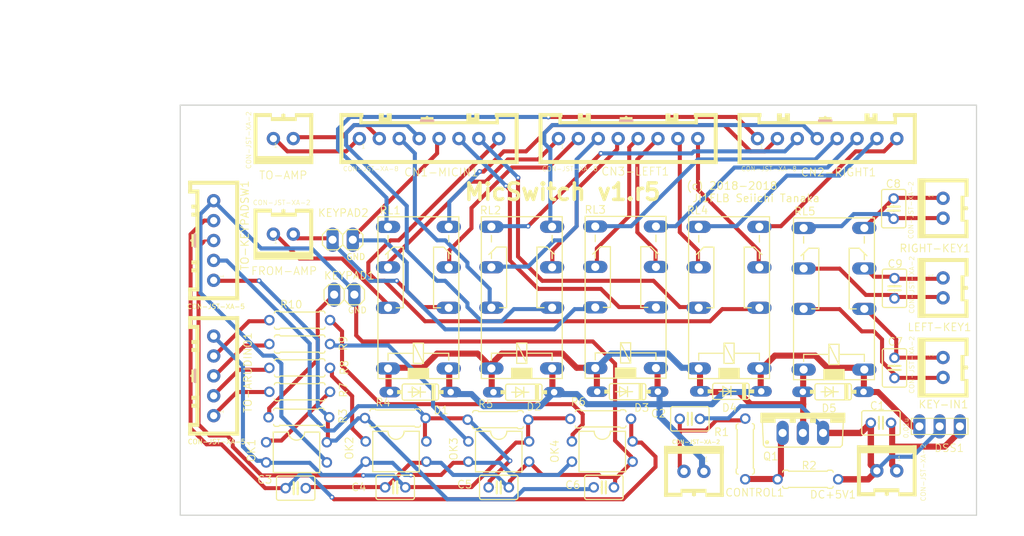
<source format=kicad_pcb>
(kicad_pcb (version 20171130) (host pcbnew "(5.0.0)")
  (layers (0 Top signal) (31 Bottom signal) (34 B.Paste user) (35 F.Paste user) (36 B.SilkS user) (37 F.SilkS user) (38 B.Mask user) (39 F.Mask user) (44 Edge.Cuts user))
  (net 0 "")
  (net 1 +5V)
  (net 2 GND)
  (net 3 "Net-(D1-PadA)")
  (net 4 "Net-(C1-Pad1)")
  (net 5 "Net-(C2-Pad1)")
  (net 6 "Net-(Q1-PadG)")
  (net 7 "Net-(C7-Pad2)")
  (net 8 "Net-(C9-Pad2)")
  (net 9 "Net-(C8-Pad2)")
  (net 10 "Net-(C8-Pad1)")
  (net 11 "Net-(C9-Pad1)")
  (net 12 "Net-(C7-Pad1)")
  (net 13 "Net-(C3-Pad2)")
  (net 14 "Net-(KEYPAD1-Pad1)")
  (net 15 "Net-(C6-Pad1)")
  (net 16 "Net-(C5-Pad1)")
  (net 17 "Net-(C4-Pad1)")
  (net 18 "Net-(C3-Pad1)")
  (net 19 "Net-(OK1-Pad2)")
  (net 20 "Net-(OK1-Pad1)")
  (net 21 "Net-(OK2-Pad1)")
  (net 22 "Net-(OK3-Pad1)")
  (net 23 "Net-(OK4-Pad1)")
  (net 24 "Net-(R7-Pad1)")
  (net 25 "Net-(R8-Pad1)")
  (net 26 "Net-(R9-Pad1)")
  (net 27 "Net-(R10-Pad1)")
  (net 28 "Net-(FROM-AMP1-Pad1)")
  (net 29 "Net-(CN3-LEFT1-Pad1)")
  (net 30 "Net-(CN2-RIGHT1-Pad1)")
  (net 31 "Net-(CN2-RIGHT1-Pad2)")
  (net 32 "Net-(CN3-LEFT1-Pad2)")
  (net 33 "Net-(FROM-AMP1-Pad2)")
  (net 34 "Net-(CN1-MICIN1-Pad3)")
  (net 35 "Net-(CN3-LEFT1-Pad3)")
  (net 36 "Net-(CN2-RIGHT1-Pad3)")
  (net 37 "Net-(CN2-RIGHT1-Pad4)")
  (net 38 "Net-(CN3-LEFT1-Pad4)")
  (net 39 "Net-(CN1-MICIN1-Pad4)")
  (net 40 "Net-(CN1-MICIN1-Pad5)")
  (net 41 "Net-(CN3-LEFT1-Pad5)")
  (net 42 "Net-(CN2-RIGHT1-Pad5)")
  (net 43 "Net-(CN2-RIGHT1-Pad6)")
  (net 44 "Net-(CN3-LEFT1-Pad6)")
  (net 45 "Net-(CN1-MICIN1-Pad6)")
  (net 46 "Net-(CN1-MICIN1-Pad7)")
  (net 47 "Net-(CN3-LEFT1-Pad7)")
  (net 48 "Net-(CN2-RIGHT1-Pad7)")
  (net 49 "Net-(CN2-RIGHT1-Pad8)")
  (net 50 "Net-(CN3-LEFT1-Pad8)")
  (net 51 "Net-(CN1-MICIN1-Pad8)")
  (net 52 "Net-(CN1-MICIN1-Pad1)")
  (net 53 "Net-(CN1-MICIN1-Pad2)")
  (module MicSwitch003:DO35-7 (layer Top) (at 128.6551 116.0386 180)
    (fp_text reference D1 (at -3.6199 -1.7114) (layer F.SilkS) (effects (font (size 0.9652 0.9652) (thickness 0.115824)) (justify right top)))
    (fp_text value 1N4148)
    (pad A thru_hole oval (at 3.81 0 180) (size 2.6416 1.3208) (drill 0.8128) (layers *.Cu *.Mask) (net 3 "Net-(D1-PadA)"))
    (pad C thru_hole oval (at -3.81 0 180) (size 2.6416 1.3208) (drill 0.8128) (layers *.Cu *.Mask) (net 1 +5V))
  )
  (module MicSwitch003:DO35-7 (layer Top) (at 141.6471 116.0546 180)
    (fp_text reference D2 (at -2.286 -1.27) (layer F.SilkS) (effects (font (size 0.9652 0.9652) (thickness 0.09652)) (justify right top)))
    (fp_text value 1N4148)
    (pad A thru_hole oval (at 3.81 0 180) (size 2.6416 1.3208) (drill 0.8128) (layers *.Cu *.Mask) (net 3 "Net-(D1-PadA)"))
    (pad C thru_hole oval (at -3.81 0 180) (size 2.6416 1.3208) (drill 0.8128) (layers *.Cu *.Mask) (net 1 +5V))
  )
  (module MicSwitch003:DO35-7 (layer Top) (at 154.6771 115.9876 180)
    (fp_text reference D3 (at -2.7979 -1.4624) (layer F.SilkS) (effects (font (size 0.9652 0.9652) (thickness 0.115824)) (justify right top)))
    (fp_text value 1N4148)
    (pad A thru_hole oval (at 3.81 0 180) (size 2.6416 1.3208) (drill 0.8128) (layers *.Cu *.Mask) (net 3 "Net-(D1-PadA)"))
    (pad C thru_hole oval (at -3.81 0 180) (size 2.6416 1.3208) (drill 0.8128) (layers *.Cu *.Mask) (net 1 +5V))
  )
  (module MicSwitch003:DO35-7 (layer Top) (at 167.6581 115.9466 180)
    (fp_text reference D4 (at -0.8419 -1.5034) (layer F.SilkS) (effects (font (size 0.9652 0.9652) (thickness 0.115824)) (justify right top)))
    (fp_text value 1N4148)
    (pad A thru_hole oval (at 3.81 0 180) (size 2.6416 1.3208) (drill 0.8128) (layers *.Cu *.Mask) (net 3 "Net-(D1-PadA)"))
    (pad C thru_hole oval (at -3.81 0 180) (size 2.6416 1.3208) (drill 0.8128) (layers *.Cu *.Mask) (net 1 +5V))
  )
  (module MicSwitch003:EMIFILTER (layer Top) (at 193.8711 120.3516 180)
    (fp_text reference DSS1 (at -3.13 -2.152) (layer F.SilkS) (effects (font (size 0.9652 0.9652) (thickness 0.09652)) (justify right top)))
    (fp_text value 0.01u (at 4.5711 1.1016 90) (layer F.SilkS) (effects (font (size 0.6 0.6) (thickness 0.06)) (justify right top)))
    (pad 3 thru_hole oval (at 2.54 0 270) (size 3.048 1.524) (drill 1.016) (layers *.Cu *.Mask) (net 1 +5V))
    (pad 2 thru_hole oval (at 0 0 270) (size 3.048 1.524) (drill 1.016) (layers *.Cu *.Mask) (net 2 GND))
    (pad 1 thru_hole oval (at -2.54 0 270) (size 3.048 1.524) (drill 1.016) (layers *.Cu *.Mask) (net 4 "Net-(C1-Pad1)"))
  )
  (module MicSwitch003:CON-JST-B02B-XASK-1 (layer Top) (at 187.1851 129.1206)
    (fp_text reference DC+5V1 (at -3.7351 -0.7706) (layer F.SilkS) (effects (font (size 0.9652 0.9652) (thickness 0.115824)) (justify right top)))
    (fp_text value CON-JST-XA-2 (at 4.9899 0.6794 90) (layer F.SilkS) (effects (font (size 0.6 0.6) (thickness 0.06)) (justify left bottom)))
    (fp_text user 1 (at 1.31 -4.4) (layer F.SilkS) (effects (font (size 0.57912 0.57912) (thickness 0.048768)) (justify left bottom)))
    (pad 1 thru_hole circle (at 1.3 -3.2) (size 1.6764 1.6764) (drill 0.9) (layers *.Cu *.Mask) (net 4 "Net-(C1-Pad1)"))
    (pad 2 thru_hole circle (at -1.2 -3.2) (size 1.6764 1.6764) (drill 0.9) (layers *.Cu *.Mask) (net 2 GND))
  )
  (module MicSwitch003:CON-JST-B02B-XASK-1 (layer Top) (at 162.9661 129.1936)
    (fp_text reference CONTROL1 (at 3.9089 0.0314) (layer F.SilkS) (effects (font (size 0.9652 0.9652) (thickness 0.115824)) (justify left bottom)))
    (fp_text value CON-JST-XA-2 (at -2.7661 -6.5936) (layer F.SilkS) (effects (font (size 0.5 0.5) (thickness 0.09652)) (justify left bottom)))
    (fp_text user 1 (at 1.31 -4.4) (layer F.SilkS) (effects (font (size 0.57912 0.57912) (thickness 0.048768)) (justify left bottom)))
    (pad 1 thru_hole circle (at 1.3 -3.2) (size 1.6764 1.6764) (drill 0.9) (layers *.Cu *.Mask) (net 1 +5V))
    (pad 2 thru_hole circle (at -1.2 -3.2) (size 1.6764 1.6764) (drill 0.9) (layers *.Cu *.Mask) (net 5 "Net-(C2-Pad1)"))
  )
  (module MicSwitch003:TO220BV (layer Top) (at 176.6931 118.6326)
    (fp_text reference Q1 (at -5.08 6.0452) (layer F.SilkS) (effects (font (size 0.9652 0.9652) (thickness 0.115824)) (justify left bottom)))
    (fp_text value 2SK4017)
    (pad S thru_hole oval (at 2.54 2.54 90) (size 3.048 1.524) (drill 1.016) (layers *.Cu *.Mask) (net 2 GND))
    (pad D thru_hole oval (at 0 2.54 90) (size 3.048 1.524) (drill 1.016) (layers *.Cu *.Mask) (net 3 "Net-(D1-PadA)"))
    (pad G thru_hole oval (at -2.54 2.54 90) (size 3.048 1.524) (drill 1.016) (layers *.Cu *.Mask) (net 6 "Net-(Q1-PadG)"))
  )
  (module MicSwitch003:0207_7 (layer Top) (at 169.4581 123.1796 90)
    (fp_text reference R1 (at 2.6796 -1.957 180) (layer F.SilkS) (effects (font (size 0.9652 0.9652) (thickness 0.115824)) (justify right top)))
    (fp_text value 33)
    (pad 2 thru_hole circle (at 3.81 0 90) (size 1.3208 1.3208) (drill 0.8128) (layers *.Cu *.Mask) (net 5 "Net-(C2-Pad1)"))
    (pad 1 thru_hole circle (at -3.81 0 90) (size 1.3208 1.3208) (drill 0.8128) (layers *.Cu *.Mask) (net 6 "Net-(Q1-PadG)"))
  )
  (module MicSwitch003:0207_7 (layer Top) (at 177.3251 126.9936 180)
    (fp_text reference R2 (at -1.176 2.2936) (layer F.SilkS) (effects (font (size 0.9652 0.9652) (thickness 0.115824)) (justify right top)))
    (fp_text value 10K)
    (pad 2 thru_hole circle (at 3.81 0 180) (size 1.3208 1.3208) (drill 0.8128) (layers *.Cu *.Mask) (net 6 "Net-(Q1-PadG)"))
    (pad 1 thru_hole circle (at -3.81 0 180) (size 1.3208 1.3208) (drill 0.8128) (layers *.Cu *.Mask) (net 2 GND))
  )
  (module MicSwitch003:351 (layer Top) (at 128.4091 109.2646 90)
    (fp_text reference RL1 (at 16.6146 -2.1341) (layer F.SilkS) (effects (font (size 0.9652 0.9652) (thickness 0.115824)) (justify right top)))
    (fp_text value 941H-2C-5D)
    (pad 16 thru_hole oval (at -3.81 -3.81 180) (size 3.048 1.524) (drill 1.016) (layers *.Cu *.Mask) (net 3 "Net-(D1-PadA)"))
    (pad P2 thru_hole oval (at 3.81 -3.81 180) (size 3.048 1.524) (drill 1.016) (layers *.Cu *.Mask) (net 28 "Net-(FROM-AMP1-Pad1)"))
    (pad O2 thru_hole oval (at 8.89 -3.81 180) (size 3.048 1.524) (drill 1.016) (layers *.Cu *.Mask) (net 29 "Net-(CN3-LEFT1-Pad1)"))
    (pad S2 thru_hole oval (at 13.97 -3.81 180) (size 3.048 1.524) (drill 1.016) (layers *.Cu *.Mask) (net 30 "Net-(CN2-RIGHT1-Pad1)"))
    (pad S1 thru_hole oval (at 13.97 3.81 180) (size 3.048 1.524) (drill 1.016) (layers *.Cu *.Mask) (net 31 "Net-(CN2-RIGHT1-Pad2)"))
    (pad O1 thru_hole oval (at 8.89 3.81 180) (size 3.048 1.524) (drill 1.016) (layers *.Cu *.Mask) (net 32 "Net-(CN3-LEFT1-Pad2)"))
    (pad P1 thru_hole oval (at 3.81 3.81 180) (size 3.048 1.524) (drill 1.016) (layers *.Cu *.Mask) (net 33 "Net-(FROM-AMP1-Pad2)"))
    (pad 1 thru_hole oval (at -3.81 3.81 180) (size 3.048 1.524) (drill 1.016) (layers *.Cu *.Mask) (net 1 +5V))
  )
  (module MicSwitch003:351 (layer Top) (at 141.3931 109.2536 90)
    (fp_text reference RL2 (at 16.6036 -2.5181) (layer F.SilkS) (effects (font (size 0.9652 0.9652) (thickness 0.115824)) (justify right top)))
    (fp_text value 941H-2C-5D)
    (pad 16 thru_hole oval (at -3.81 -3.81 180) (size 3.048 1.524) (drill 1.016) (layers *.Cu *.Mask) (net 3 "Net-(D1-PadA)"))
    (pad P2 thru_hole oval (at 3.81 -3.81 180) (size 3.048 1.524) (drill 1.016) (layers *.Cu *.Mask) (net 34 "Net-(CN1-MICIN1-Pad3)"))
    (pad O2 thru_hole oval (at 8.89 -3.81 180) (size 3.048 1.524) (drill 1.016) (layers *.Cu *.Mask) (net 35 "Net-(CN3-LEFT1-Pad3)"))
    (pad S2 thru_hole oval (at 13.97 -3.81 180) (size 3.048 1.524) (drill 1.016) (layers *.Cu *.Mask) (net 36 "Net-(CN2-RIGHT1-Pad3)"))
    (pad S1 thru_hole oval (at 13.97 3.81 180) (size 3.048 1.524) (drill 1.016) (layers *.Cu *.Mask) (net 37 "Net-(CN2-RIGHT1-Pad4)"))
    (pad O1 thru_hole oval (at 8.89 3.81 180) (size 3.048 1.524) (drill 1.016) (layers *.Cu *.Mask) (net 38 "Net-(CN3-LEFT1-Pad4)"))
    (pad P1 thru_hole oval (at 3.81 3.81 180) (size 3.048 1.524) (drill 1.016) (layers *.Cu *.Mask) (net 39 "Net-(CN1-MICIN1-Pad4)"))
    (pad 1 thru_hole oval (at -3.81 3.81 180) (size 3.048 1.524) (drill 1.016) (layers *.Cu *.Mask) (net 1 +5V))
  )
  (module MicSwitch003:351 (layer Top) (at 154.4311 109.2136 90)
    (fp_text reference RL3 (at 16.6386 -2.4061) (layer F.SilkS) (effects (font (size 0.9652 0.9652) (thickness 0.115824)) (justify right top)))
    (fp_text value 941H-2C-5D)
    (pad 16 thru_hole oval (at -3.81 -3.81 180) (size 3.048 1.524) (drill 1.016) (layers *.Cu *.Mask) (net 3 "Net-(D1-PadA)"))
    (pad P2 thru_hole oval (at 3.81 -3.81 180) (size 3.048 1.524) (drill 1.016) (layers *.Cu *.Mask) (net 40 "Net-(CN1-MICIN1-Pad5)"))
    (pad O2 thru_hole oval (at 8.89 -3.81 180) (size 3.048 1.524) (drill 1.016) (layers *.Cu *.Mask) (net 41 "Net-(CN3-LEFT1-Pad5)"))
    (pad S2 thru_hole oval (at 13.97 -3.81 180) (size 3.048 1.524) (drill 1.016) (layers *.Cu *.Mask) (net 42 "Net-(CN2-RIGHT1-Pad5)"))
    (pad S1 thru_hole oval (at 13.97 3.81 180) (size 3.048 1.524) (drill 1.016) (layers *.Cu *.Mask) (net 43 "Net-(CN2-RIGHT1-Pad6)"))
    (pad O1 thru_hole oval (at 8.89 3.81 180) (size 3.048 1.524) (drill 1.016) (layers *.Cu *.Mask) (net 44 "Net-(CN3-LEFT1-Pad6)"))
    (pad P1 thru_hole oval (at 3.81 3.81 180) (size 3.048 1.524) (drill 1.016) (layers *.Cu *.Mask) (net 45 "Net-(CN1-MICIN1-Pad6)"))
    (pad 1 thru_hole oval (at -3.81 3.81 180) (size 3.048 1.524) (drill 1.016) (layers *.Cu *.Mask) (net 1 +5V))
  )
  (module MicSwitch003:351 (layer Top) (at 167.4261 109.2606 90)
    (fp_text reference RL4 (at 16.6106 -2.5511) (layer F.SilkS) (effects (font (size 0.9652 0.9652) (thickness 0.115824)) (justify right top)))
    (fp_text value 941H-2C-5D)
    (pad 16 thru_hole oval (at -3.81 -3.81 180) (size 3.048 1.524) (drill 1.016) (layers *.Cu *.Mask) (net 3 "Net-(D1-PadA)"))
    (pad P2 thru_hole oval (at 3.81 -3.81 180) (size 3.048 1.524) (drill 1.016) (layers *.Cu *.Mask) (net 46 "Net-(CN1-MICIN1-Pad7)"))
    (pad O2 thru_hole oval (at 8.89 -3.81 180) (size 3.048 1.524) (drill 1.016) (layers *.Cu *.Mask) (net 47 "Net-(CN3-LEFT1-Pad7)"))
    (pad S2 thru_hole oval (at 13.97 -3.81 180) (size 3.048 1.524) (drill 1.016) (layers *.Cu *.Mask) (net 48 "Net-(CN2-RIGHT1-Pad7)"))
    (pad S1 thru_hole oval (at 13.97 3.81 180) (size 3.048 1.524) (drill 1.016) (layers *.Cu *.Mask) (net 49 "Net-(CN2-RIGHT1-Pad8)"))
    (pad O1 thru_hole oval (at 8.89 3.81 180) (size 3.048 1.524) (drill 1.016) (layers *.Cu *.Mask) (net 50 "Net-(CN3-LEFT1-Pad8)"))
    (pad P1 thru_hole oval (at 3.81 3.81 180) (size 3.048 1.524) (drill 1.016) (layers *.Cu *.Mask) (net 51 "Net-(CN1-MICIN1-Pad8)"))
    (pad 1 thru_hole oval (at -3.81 3.81 180) (size 3.048 1.524) (drill 1.016) (layers *.Cu *.Mask) (net 1 +5V))
  )
  (module MicSwitch003:CON-JST-B08B-XASK-1 (layer Top) (at 129.5011 81.0036 180)
    (fp_text reference CN1-MICIN1 (at -6.5239 -6.8464) (layer F.SilkS) (effects (font (thickness 0.1)) (justify right top)))
    (fp_text value CON-JST-XA-8 (at 3.54 -6.66) (layer F.SilkS) (effects (font (size 0.57912 0.57912) (thickness 0.057912)) (justify right top)))
    (fp_text user 1 (at 8.31 -4.5 180) (layer F.SilkS) (effects (font (size 0.57912 0.57912) (thickness 0.048768)) (justify left bottom)))
    (pad 1 thru_hole circle (at 8.5 -3.2 180) (size 1.6764 1.6764) (drill 0.9) (layers *.Cu *.Mask) (net 52 "Net-(CN1-MICIN1-Pad1)"))
    (pad 2 thru_hole circle (at 6 -3.2 180) (size 1.6764 1.6764) (drill 0.9) (layers *.Cu *.Mask) (net 53 "Net-(CN1-MICIN1-Pad2)"))
    (pad 3 thru_hole circle (at 3.5 -3.2 180) (size 1.6764 1.6764) (drill 0.9) (layers *.Cu *.Mask) (net 34 "Net-(CN1-MICIN1-Pad3)"))
    (pad 4 thru_hole circle (at 1 -3.2 180) (size 1.6764 1.6764) (drill 0.9) (layers *.Cu *.Mask) (net 39 "Net-(CN1-MICIN1-Pad4)"))
    (pad 5 thru_hole circle (at -1.5 -3.2 180) (size 1.6764 1.6764) (drill 0.9) (layers *.Cu *.Mask) (net 40 "Net-(CN1-MICIN1-Pad5)"))
    (pad 6 thru_hole circle (at -4 -3.2 180) (size 1.6764 1.6764) (drill 0.9) (layers *.Cu *.Mask) (net 45 "Net-(CN1-MICIN1-Pad6)"))
    (pad 7 thru_hole circle (at -6.5 -3.2 180) (size 1.6764 1.6764) (drill 0.9) (layers *.Cu *.Mask) (net 46 "Net-(CN1-MICIN1-Pad7)"))
    (pad 8 thru_hole circle (at -9 -3.2 180) (size 1.6764 1.6764) (drill 0.9) (layers *.Cu *.Mask) (net 51 "Net-(CN1-MICIN1-Pad8)"))
  )
  (module MicSwitch003:CON-JST-B08B-XASK-1 (layer Top) (at 179.5011 81.0036 180)
    (fp_text reference CN2-RIGHT1 (at -6.4739 -6.8464) (layer F.SilkS) (effects (font (thickness 0.1)) (justify right top)))
    (fp_text value CON-JST-XA-8 (at 3.54 -6.66) (layer F.SilkS) (effects (font (size 0.57912 0.57912) (thickness 0.057912)) (justify right top)))
    (fp_text user 1 (at 8.31 -4.5 180) (layer F.SilkS) (effects (font (size 0.57912 0.57912) (thickness 0.048768)) (justify left bottom)))
    (pad 1 thru_hole circle (at 8.5 -3.2 180) (size 1.6764 1.6764) (drill 0.9) (layers *.Cu *.Mask) (net 30 "Net-(CN2-RIGHT1-Pad1)"))
    (pad 2 thru_hole circle (at 6 -3.2 180) (size 1.6764 1.6764) (drill 0.9) (layers *.Cu *.Mask) (net 31 "Net-(CN2-RIGHT1-Pad2)"))
    (pad 3 thru_hole circle (at 3.5 -3.2 180) (size 1.6764 1.6764) (drill 0.9) (layers *.Cu *.Mask) (net 36 "Net-(CN2-RIGHT1-Pad3)"))
    (pad 4 thru_hole circle (at 1 -3.2 180) (size 1.6764 1.6764) (drill 0.9) (layers *.Cu *.Mask) (net 37 "Net-(CN2-RIGHT1-Pad4)"))
    (pad 5 thru_hole circle (at -1.5 -3.2 180) (size 1.6764 1.6764) (drill 0.9) (layers *.Cu *.Mask) (net 42 "Net-(CN2-RIGHT1-Pad5)"))
    (pad 6 thru_hole circle (at -4 -3.2 180) (size 1.6764 1.6764) (drill 0.9) (layers *.Cu *.Mask) (net 43 "Net-(CN2-RIGHT1-Pad6)"))
    (pad 7 thru_hole circle (at -6.5 -3.2 180) (size 1.6764 1.6764) (drill 0.9) (layers *.Cu *.Mask) (net 48 "Net-(CN2-RIGHT1-Pad7)"))
    (pad 8 thru_hole circle (at -9 -3.2 180) (size 1.6764 1.6764) (drill 0.9) (layers *.Cu *.Mask) (net 49 "Net-(CN2-RIGHT1-Pad8)"))
  )
  (module MicSwitch003:CON-JST-B08B-XASK-1 (layer Top) (at 154.5011 81.0036 180)
    (fp_text reference CN3-LEFT1 (at -5.4739 -6.7464) (layer F.SilkS) (effects (font (thickness 0.1)) (justify right top)))
    (fp_text value CON-JST-XA-8 (at 3.54 -6.66) (layer F.SilkS) (effects (font (size 0.57912 0.57912) (thickness 0.057912)) (justify right top)))
    (fp_text user 1 (at 8.31 -4.5 180) (layer F.SilkS) (effects (font (size 0.57912 0.57912) (thickness 0.048768)) (justify left bottom)))
    (pad 1 thru_hole circle (at 8.5 -3.2 180) (size 1.6764 1.6764) (drill 0.9) (layers *.Cu *.Mask) (net 29 "Net-(CN3-LEFT1-Pad1)"))
    (pad 2 thru_hole circle (at 6 -3.2 180) (size 1.6764 1.6764) (drill 0.9) (layers *.Cu *.Mask) (net 32 "Net-(CN3-LEFT1-Pad2)"))
    (pad 3 thru_hole circle (at 3.5 -3.2 180) (size 1.6764 1.6764) (drill 0.9) (layers *.Cu *.Mask) (net 35 "Net-(CN3-LEFT1-Pad3)"))
    (pad 4 thru_hole circle (at 1 -3.2 180) (size 1.6764 1.6764) (drill 0.9) (layers *.Cu *.Mask) (net 38 "Net-(CN3-LEFT1-Pad4)"))
    (pad 5 thru_hole circle (at -1.5 -3.2 180) (size 1.6764 1.6764) (drill 0.9) (layers *.Cu *.Mask) (net 41 "Net-(CN3-LEFT1-Pad5)"))
    (pad 6 thru_hole circle (at -4 -3.2 180) (size 1.6764 1.6764) (drill 0.9) (layers *.Cu *.Mask) (net 44 "Net-(CN3-LEFT1-Pad6)"))
    (pad 7 thru_hole circle (at -6.5 -3.2 180) (size 1.6764 1.6764) (drill 0.9) (layers *.Cu *.Mask) (net 47 "Net-(CN3-LEFT1-Pad7)"))
    (pad 8 thru_hole circle (at -9 -3.2 180) (size 1.6764 1.6764) (drill 0.9) (layers *.Cu *.Mask) (net 50 "Net-(CN3-LEFT1-Pad8)"))
  )
  (module MicSwitch003:351 (layer Top) (at 180.6011 109.4036 90)
    (fp_text reference RL5 (at 16.6286 -2.2511) (layer F.SilkS) (effects (font (size 0.9652 0.9652) (thickness 0.115824)) (justify right top)))
    (fp_text value 941H-2C-5D)
    (pad 16 thru_hole oval (at -3.81 -3.81 180) (size 3.048 1.524) (drill 1.016) (layers *.Cu *.Mask) (net 3 "Net-(D1-PadA)"))
    (pad P2 thru_hole oval (at 3.81 -3.81 180) (size 3.048 1.524) (drill 1.016) (layers *.Cu *.Mask) (net 7 "Net-(C7-Pad2)"))
    (pad O2 thru_hole oval (at 8.89 -3.81 180) (size 3.048 1.524) (drill 1.016) (layers *.Cu *.Mask) (net 8 "Net-(C9-Pad2)"))
    (pad S2 thru_hole oval (at 13.97 -3.81 180) (size 3.048 1.524) (drill 1.016) (layers *.Cu *.Mask) (net 9 "Net-(C8-Pad2)"))
    (pad S1 thru_hole oval (at 13.97 3.81 180) (size 3.048 1.524) (drill 1.016) (layers *.Cu *.Mask) (net 10 "Net-(C8-Pad1)"))
    (pad O1 thru_hole oval (at 8.89 3.81 180) (size 3.048 1.524) (drill 1.016) (layers *.Cu *.Mask) (net 11 "Net-(C9-Pad1)"))
    (pad P1 thru_hole oval (at 3.81 3.81 180) (size 3.048 1.524) (drill 1.016) (layers *.Cu *.Mask) (net 12 "Net-(C7-Pad1)"))
    (pad 1 thru_hole oval (at -3.81 3.81 180) (size 3.048 1.524) (drill 1.016) (layers *.Cu *.Mask) (net 1 +5V))
  )
  (module MicSwitch003:DO35-7 (layer Top) (at 180.5011 116.0036 180)
    (fp_text reference D5 (at -0.4989 -1.4964) (layer F.SilkS) (effects (font (size 0.9652 0.9652) (thickness 0.115824)) (justify right top)))
    (fp_text value 1N4148)
    (pad A thru_hole oval (at 3.81 0 180) (size 2.6416 1.3208) (drill 0.8128) (layers *.Cu *.Mask) (net 3 "Net-(D1-PadA)"))
    (pad C thru_hole oval (at -3.81 0 180) (size 2.6416 1.3208) (drill 0.8128) (layers *.Cu *.Mask) (net 1 +5V))
  )
  (module MicSwitch003:CON-JST-B02B-XASK-1 (layer Top) (at 197.5011 113.0036 90)
    (fp_text reference KEY-IN1 (at -4.0214 0.0489) (layer F.SilkS) (effects (font (size 0.9652 0.9652) (thickness 0.115824)) (justify right top)))
    (fp_text value CON-JST-XA-2 (at -3.2714 -6.7761 90) (layer F.SilkS) (effects (font (size 0.6 0.6) (thickness 0.06)) (justify left bottom)))
    (fp_text user 1 (at 1.31 -4.4 90) (layer F.SilkS) (effects (font (size 0.57912 0.57912) (thickness 0.048768)) (justify left bottom)))
    (pad 1 thru_hole circle (at 1.3 -3.2 90) (size 1.6764 1.6764) (drill 0.9) (layers *.Cu *.Mask) (net 12 "Net-(C7-Pad1)"))
    (pad 2 thru_hole circle (at -1.2 -3.2 90) (size 1.6764 1.6764) (drill 0.9) (layers *.Cu *.Mask) (net 7 "Net-(C7-Pad2)"))
  )
  (module MicSwitch003:CON-JST-B02B-XASK-1 (layer Top) (at 197.5011 103.0036 90)
    (fp_text reference LEFT-KEY1 (at -4.3214 0.4239) (layer F.SilkS) (effects (font (size 0.9652 0.9652) (thickness 0.115824)) (justify right top)))
    (fp_text value CON-JST-XA-2 (at -3.2214 -6.7761 90) (layer F.SilkS) (effects (font (size 0.6 0.6) (thickness 0.06)) (justify left bottom)))
    (fp_text user 1 (at 1.31 -4.4 90) (layer F.SilkS) (effects (font (size 0.57912 0.57912) (thickness 0.048768)) (justify left bottom)))
    (pad 1 thru_hole circle (at 1.3 -3.2 90) (size 1.6764 1.6764) (drill 0.9) (layers *.Cu *.Mask) (net 11 "Net-(C9-Pad1)"))
    (pad 2 thru_hole circle (at -1.2 -3.2 90) (size 1.6764 1.6764) (drill 0.9) (layers *.Cu *.Mask) (net 8 "Net-(C9-Pad2)"))
  )
  (module MicSwitch003:CON-JST-B02B-XASK-1 (layer Top) (at 197.5011 93.0036 90)
    (fp_text reference RIGHT-KEY1 (at -4.4214 0.3239) (layer F.SilkS) (effects (font (size 0.9652 0.9652) (thickness 0.115824)) (justify right top)))
    (fp_text value CON-JST-XA-2 (at -3.8464 -6.8761 90) (layer F.SilkS) (effects (font (size 0.6 0.6) (thickness 0.06)) (justify left bottom)))
    (fp_text user 1 (at 1.31 -4.4 90) (layer F.SilkS) (effects (font (size 0.57912 0.57912) (thickness 0.048768)) (justify left bottom)))
    (pad 1 thru_hole circle (at 1.3 -3.2 90) (size 1.6764 1.6764) (drill 0.9) (layers *.Cu *.Mask) (net 10 "Net-(C8-Pad1)"))
    (pad 2 thru_hole circle (at -1.2 -3.2 90) (size 1.6764 1.6764) (drill 0.9) (layers *.Cu *.Mask) (net 9 "Net-(C8-Pad2)"))
  )
  (module MicSwitch003:1X02 (layer Top) (at 118.9011 96.9036 180)
    (fp_text reference KEYPAD2 (at -3.3239 3.9286) (layer F.SilkS) (effects (font (size 0.9652 0.9652) (thickness 0.115824)) (justify right top)))
    (fp_text value PINHD-1X2)
    (pad 2 thru_hole oval (at 1.27 0 270) (size 3.048 1.524) (drill 1.016) (layers *.Cu *.Mask) (net 33 "Net-(FROM-AMP1-Pad2)"))
    (pad 1 thru_hole oval (at -1.27 0 270) (size 3.048 1.524) (drill 1.016) (layers *.Cu *.Mask) (net 40 "Net-(CN1-MICIN1-Pad5)"))
  )
  (module MicSwitch003:CON-JST-B02B-XASK-1 (layer Top) (at 111.5011 81.0036 180)
    (fp_text reference TO-AMP (at -3.0239 -7.2214) (layer F.SilkS) (effects (font (thickness 0.1)) (justify right top)))
    (fp_text value CON-JST-XA-2 (at 4.7511 0.2536 90) (layer F.SilkS) (effects (font (size 0.6 0.6) (thickness 0.06)) (justify right top)))
    (fp_text user 1 (at 1.31 -4.4 180) (layer F.SilkS) (effects (font (size 0.57912 0.57912) (thickness 0.048768)) (justify left bottom)))
    (pad 1 thru_hole circle (at 1.3 -3.2 180) (size 1.6764 1.6764) (drill 0.9) (layers *.Cu *.Mask) (net 52 "Net-(CN1-MICIN1-Pad1)"))
    (pad 2 thru_hole circle (at -1.2 -3.2 180) (size 1.6764 1.6764) (drill 0.9) (layers *.Cu *.Mask) (net 53 "Net-(CN1-MICIN1-Pad2)"))
  )
  (module MicSwitch003:CON-JST-B02B-XASK-1 (layer Top) (at 111.5011 93.0036 180)
    (fp_text reference FROM-AMP (at -4.2489 -7.2464) (layer F.SilkS) (effects (font (thickness 0.1)) (justify right top)))
    (fp_text value CON-JST-XA-2 (at -3.3989 1.1036) (layer F.SilkS) (effects (font (size 0.6 0.6) (thickness 0.06)) (justify right top)))
    (fp_text user 1 (at 1.31 -4.4 180) (layer F.SilkS) (effects (font (size 0.57912 0.57912) (thickness 0.048768)) (justify left bottom)))
    (pad 1 thru_hole circle (at 1.3 -3.2 180) (size 1.6764 1.6764) (drill 0.9) (layers *.Cu *.Mask) (net 28 "Net-(FROM-AMP1-Pad1)"))
    (pad 2 thru_hole circle (at -1.2 -3.2 180) (size 1.6764 1.6764) (drill 0.9) (layers *.Cu *.Mask) (net 33 "Net-(FROM-AMP1-Pad2)"))
  )
  (module MicSwitch003:1X02 (layer Top) (at 119.1011 103.8036)
    (fp_text reference KEYPAD1 (at -2.6162 -1.8288) (layer F.SilkS) (effects (font (size 0.9652 0.9652) (thickness 0.115824)) (justify left bottom)))
    (fp_text value PINHD-1X2)
    (pad 2 thru_hole oval (at 1.27 0 90) (size 3.048 1.524) (drill 1.016) (layers *.Cu *.Mask) (net 13 "Net-(C3-Pad2)"))
    (pad 1 thru_hole oval (at -1.27 0 90) (size 3.048 1.524) (drill 1.016) (layers *.Cu *.Mask) (net 14 "Net-(KEYPAD1-Pad1)"))
  )
  (module MicSwitch003:0207_7 (layer Top) (at 113.4011 119.2036)
    (fp_text reference R3 (at 6.0989 0.8714 90) (layer F.SilkS) (effects (font (size 0.9652 0.9652) (thickness 0.115824)) (justify left bottom)))
    (fp_text value 1.5k)
    (pad 2 thru_hole circle (at 3.81 0) (size 1.3208 1.3208) (drill 0.8128) (layers *.Cu *.Mask) (net 15 "Net-(C6-Pad1)"))
    (pad 1 thru_hole circle (at -3.81 0) (size 1.3208 1.3208) (drill 0.8128) (layers *.Cu *.Mask) (net 14 "Net-(KEYPAD1-Pad1)"))
  )
  (module MicSwitch003:0207_7 (layer Top) (at 125.5011 119.3036)
    (fp_text reference R4 (at -2.54 -1.397) (layer F.SilkS) (effects (font (size 0.9652 0.9652) (thickness 0.115824)) (justify left bottom)))
    (fp_text value 1.5k)
    (pad 2 thru_hole circle (at 3.81 0) (size 1.3208 1.3208) (drill 0.8128) (layers *.Cu *.Mask) (net 16 "Net-(C5-Pad1)"))
    (pad 1 thru_hole circle (at -3.81 0) (size 1.3208 1.3208) (drill 0.8128) (layers *.Cu *.Mask) (net 15 "Net-(C6-Pad1)"))
  )
  (module MicSwitch003:0207_7 (layer Top) (at 138.4011 119.5036)
    (fp_text reference R5 (at -2.54 -1.397) (layer F.SilkS) (effects (font (size 0.9652 0.9652) (thickness 0.09652)) (justify left bottom)))
    (fp_text value 2.2k)
    (pad 2 thru_hole circle (at 3.81 0) (size 1.3208 1.3208) (drill 0.8128) (layers *.Cu *.Mask) (net 17 "Net-(C4-Pad1)"))
    (pad 1 thru_hole circle (at -3.81 0) (size 1.3208 1.3208) (drill 0.8128) (layers *.Cu *.Mask) (net 16 "Net-(C5-Pad1)"))
  )
  (module MicSwitch003:0207_7 (layer Top) (at 151.3011 119.4036)
    (fp_text reference R6 (at -3.8261 -1.5786) (layer F.SilkS) (effects (font (size 0.9652 0.9652) (thickness 0.115824)) (justify left bottom)))
    (fp_text value 4.7k)
    (pad 2 thru_hole circle (at 3.81 0) (size 1.3208 1.3208) (drill 0.8128) (layers *.Cu *.Mask) (net 18 "Net-(C3-Pad1)"))
    (pad 1 thru_hole circle (at -3.81 0) (size 1.3208 1.3208) (drill 0.8128) (layers *.Cu *.Mask) (net 17 "Net-(C4-Pad1)"))
  )
  (module MicSwitch003:DIL04 (layer Top) (at 113.1011 123.6036 270)
    (fp_text reference OK1 (at 1.2964 5.1011 90) (layer F.SilkS) (effects (font (size 0.9652 0.9652) (thickness 0.115824)) (justify left bottom)))
    (fp_text value TLP222AF)
    (pad 4 thru_hole circle (at -1.27 -3.81) (size 1.3208 1.3208) (drill 0.8128) (layers *.Cu *.Mask) (net 15 "Net-(C6-Pad1)"))
    (pad 3 thru_hole circle (at 1.27 -3.81) (size 1.3208 1.3208) (drill 0.8128) (layers *.Cu *.Mask) (net 13 "Net-(C3-Pad2)"))
    (pad 2 thru_hole circle (at 1.27 3.81 180) (size 1.3208 1.3208) (drill 0.8128) (layers *.Cu *.Mask) (net 19 "Net-(OK1-Pad2)"))
    (pad 1 thru_hole circle (at -1.27 3.81 180) (size 1.3208 1.3208) (drill 0.8128) (layers *.Cu *.Mask) (net 20 "Net-(OK1-Pad1)"))
  )
  (module MicSwitch003:DIL04 (layer Top) (at 125.6011 123.5036 270)
    (fp_text reference OK2 (at 1.0964 5.3011 90) (layer F.SilkS) (effects (font (size 0.9652 0.9652) (thickness 0.115824)) (justify left bottom)))
    (fp_text value TLP222AF)
    (pad 4 thru_hole circle (at -1.27 -3.81) (size 1.3208 1.3208) (drill 0.8128) (layers *.Cu *.Mask) (net 16 "Net-(C5-Pad1)"))
    (pad 3 thru_hole circle (at 1.27 -3.81) (size 1.3208 1.3208) (drill 0.8128) (layers *.Cu *.Mask) (net 13 "Net-(C3-Pad2)"))
    (pad 2 thru_hole circle (at 1.27 3.81 180) (size 1.3208 1.3208) (drill 0.8128) (layers *.Cu *.Mask) (net 19 "Net-(OK1-Pad2)"))
    (pad 1 thru_hole circle (at -1.27 3.81 180) (size 1.3208 1.3208) (drill 0.8128) (layers *.Cu *.Mask) (net 21 "Net-(OK2-Pad1)"))
  )
  (module MicSwitch003:DIL04 (layer Top) (at 138.5011 123.5036 270)
    (fp_text reference OK3 (at 1.1964 5.1011 90) (layer F.SilkS) (effects (font (size 0.9652 0.9652) (thickness 0.115824)) (justify left bottom)))
    (fp_text value TLP222AF)
    (pad 4 thru_hole circle (at -1.27 -3.81) (size 1.3208 1.3208) (drill 0.8128) (layers *.Cu *.Mask) (net 17 "Net-(C4-Pad1)"))
    (pad 3 thru_hole circle (at 1.27 -3.81) (size 1.3208 1.3208) (drill 0.8128) (layers *.Cu *.Mask) (net 13 "Net-(C3-Pad2)"))
    (pad 2 thru_hole circle (at 1.27 3.81 180) (size 1.3208 1.3208) (drill 0.8128) (layers *.Cu *.Mask) (net 19 "Net-(OK1-Pad2)"))
    (pad 1 thru_hole circle (at -1.27 3.81 180) (size 1.3208 1.3208) (drill 0.8128) (layers *.Cu *.Mask) (net 22 "Net-(OK3-Pad1)"))
  )
  (module MicSwitch003:DIL04 (layer Top) (at 151.5011 123.5036 270)
    (fp_text reference OK4 (at 1.4964 5.4011 90) (layer F.SilkS) (effects (font (size 0.9652 0.9652) (thickness 0.115824)) (justify left bottom)))
    (fp_text value TLP222AF)
    (pad 4 thru_hole circle (at -1.27 -3.81) (size 1.3208 1.3208) (drill 0.8128) (layers *.Cu *.Mask) (net 18 "Net-(C3-Pad1)"))
    (pad 3 thru_hole circle (at 1.27 -3.81) (size 1.3208 1.3208) (drill 0.8128) (layers *.Cu *.Mask) (net 13 "Net-(C3-Pad2)"))
    (pad 2 thru_hole circle (at 1.27 3.81 180) (size 1.3208 1.3208) (drill 0.8128) (layers *.Cu *.Mask) (net 19 "Net-(OK1-Pad2)"))
    (pad 1 thru_hole circle (at -1.27 3.81 180) (size 1.3208 1.3208) (drill 0.8128) (layers *.Cu *.Mask) (net 23 "Net-(OK4-Pad1)"))
  )
  (module MicSwitch003:CON-JST-B05B-XASK-1 (layer Top) (at 99.5011 114.0036 270)
    (fp_text reference TO-ARUDINO1 (at 4.7214 -8.0489 90) (layer F.SilkS) (effects (font (size 0.9652 0.9652) (thickness 0.115824)) (justify left bottom)))
    (fp_text value CON-JST-XA-5 (at 7.9214 -7.2489 180) (layer F.SilkS) (effects (font (size 0.6 0.6) (thickness 0.1)) (justify right top)))
    (fp_text user 1 (at 4.81 -4.5 270) (layer F.SilkS) (effects (font (size 0.57912 0.57912) (thickness 0.048768)) (justify left bottom)))
    (pad 1 thru_hole circle (at 5 -3.2 270) (size 1.6764 1.6764) (drill 0.9) (layers *.Cu *.Mask) (net 24 "Net-(R7-Pad1)"))
    (pad 2 thru_hole circle (at 2.5 -3.2 270) (size 1.6764 1.6764) (drill 0.9) (layers *.Cu *.Mask) (net 25 "Net-(R8-Pad1)"))
    (pad 3 thru_hole circle (at 0 -3.2 270) (size 1.6764 1.6764) (drill 0.9) (layers *.Cu *.Mask) (net 26 "Net-(R9-Pad1)"))
    (pad 4 thru_hole circle (at -2.5 -3.2 270) (size 1.6764 1.6764) (drill 0.9) (layers *.Cu *.Mask) (net 27 "Net-(R10-Pad1)"))
    (pad 5 thru_hole circle (at -5 -3.2 270) (size 1.6764 1.6764) (drill 0.9) (layers *.Cu *.Mask) (net 19 "Net-(OK1-Pad2)"))
  )
  (module MicSwitch003:CON-JST-B05B-XASK-1 (layer Top) (at 99.5011 97.0036 270)
    (fp_text reference TO-KEYPADSW1 (at 3.8464 -7.6739 90) (layer F.SilkS) (effects (font (size 0.9652 0.9652) (thickness 0.115824)) (justify left bottom)))
    (fp_text value CON-JST-XA-5 (at 7.9464 -7.1739 180) (layer F.SilkS) (effects (font (size 0.6 0.6) (thickness 0.1)) (justify right top)))
    (fp_text user 1 (at 4.81 -4.5 270) (layer F.SilkS) (effects (font (size 0.57912 0.57912) (thickness 0.048768)) (justify left bottom)))
    (pad 1 thru_hole circle (at 5 -3.2 270) (size 1.6764 1.6764) (drill 0.9) (layers *.Cu *.Mask) (net 15 "Net-(C6-Pad1)"))
    (pad 2 thru_hole circle (at 2.5 -3.2 270) (size 1.6764 1.6764) (drill 0.9) (layers *.Cu *.Mask) (net 16 "Net-(C5-Pad1)"))
    (pad 3 thru_hole circle (at 0 -3.2 270) (size 1.6764 1.6764) (drill 0.9) (layers *.Cu *.Mask) (net 17 "Net-(C4-Pad1)"))
    (pad 4 thru_hole circle (at -2.5 -3.2 270) (size 1.6764 1.6764) (drill 0.9) (layers *.Cu *.Mask) (net 18 "Net-(C3-Pad1)"))
    (pad 5 thru_hole circle (at -5 -3.2 270) (size 1.6764 1.6764) (drill 0.9) (layers *.Cu *.Mask) (net 13 "Net-(C3-Pad2)"))
  )
  (module MicSwitch003:0207_7 (layer Top) (at 113.5011 116.0036)
    (fp_text reference R7 (at 6.0739 0.7964 90) (layer F.SilkS) (effects (font (size 0.9652 0.9652) (thickness 0.115824)) (justify left bottom)))
    (fp_text value 480)
    (pad 2 thru_hole circle (at 3.81 0) (size 1.3208 1.3208) (drill 0.8128) (layers *.Cu *.Mask) (net 20 "Net-(OK1-Pad1)"))
    (pad 1 thru_hole circle (at -3.81 0) (size 1.3208 1.3208) (drill 0.8128) (layers *.Cu *.Mask) (net 24 "Net-(R7-Pad1)"))
  )
  (module MicSwitch003:0207_7 (layer Top) (at 113.5011 113.0036)
    (fp_text reference R8 (at 6.1739 0.9714 90) (layer F.SilkS) (effects (font (size 0.9652 0.9652) (thickness 0.115824)) (justify left bottom)))
    (fp_text value 480)
    (pad 2 thru_hole circle (at 3.81 0) (size 1.3208 1.3208) (drill 0.8128) (layers *.Cu *.Mask) (net 21 "Net-(OK2-Pad1)"))
    (pad 1 thru_hole circle (at -3.81 0) (size 1.3208 1.3208) (drill 0.8128) (layers *.Cu *.Mask) (net 25 "Net-(R8-Pad1)"))
  )
  (module MicSwitch003:0207_7 (layer Top) (at 113.5011 110.0036)
    (fp_text reference R9 (at 6.0489 0.9464 90) (layer F.SilkS) (effects (font (size 0.9652 0.9652) (thickness 0.115824)) (justify left bottom)))
    (fp_text value 480)
    (pad 2 thru_hole circle (at 3.81 0) (size 1.3208 1.3208) (drill 0.8128) (layers *.Cu *.Mask) (net 22 "Net-(OK3-Pad1)"))
    (pad 1 thru_hole circle (at -3.81 0) (size 1.3208 1.3208) (drill 0.8128) (layers *.Cu *.Mask) (net 26 "Net-(R9-Pad1)"))
  )
  (module MicSwitch003:0207_7 (layer Top) (at 113.5011 107.0036)
    (fp_text reference R10 (at -2.54 -1.397) (layer F.SilkS) (effects (font (size 0.9652 0.9652) (thickness 0.115824)) (justify left bottom)))
    (fp_text value 480)
    (pad 2 thru_hole circle (at 3.81 0) (size 1.3208 1.3208) (drill 0.8128) (layers *.Cu *.Mask) (net 23 "Net-(OK4-Pad1)"))
    (pad 1 thru_hole circle (at -3.81 0) (size 1.3208 1.3208) (drill 0.8128) (layers *.Cu *.Mask) (net 27 "Net-(R10-Pad1)"))
  )
  (module MicSwitch003:C025-030X050 (layer Top) (at 186.5011 119.9036 180)
    (fp_text reference C1 (at -0.5739 2.7036) (layer F.SilkS) (effects (font (size 0.9652 0.9652) (thickness 0.115824)) (justify right top)))
    (fp_text value 0.01)
    (pad 2 thru_hole circle (at 1.27 0 180) (size 1.3208 1.3208) (drill 0.8128) (layers *.Cu *.Mask) (net 2 GND))
    (pad 1 thru_hole circle (at -1.27 0 180) (size 1.3208 1.3208) (drill 0.8128) (layers *.Cu *.Mask) (net 4 "Net-(C1-Pad1)"))
  )
  (module MicSwitch003:C025-030X050 (layer Top) (at 162.5011 119.4036)
    (fp_text reference C2 (at -4.9511 -0.1036) (layer F.SilkS) (effects (font (size 0.9652 0.9652) (thickness 0.115824)) (justify left bottom)))
    (fp_text value 0.01)
    (pad 2 thru_hole circle (at 1.27 0) (size 1.3208 1.3208) (drill 0.8128) (layers *.Cu *.Mask) (net 2 GND))
    (pad 1 thru_hole circle (at -1.27 0) (size 1.3208 1.3208) (drill 0.8128) (layers *.Cu *.Mask) (net 5 "Net-(C2-Pad1)"))
  )
  (module MicSwitch003:C025-030X050 (layer Top) (at 113.0011 128.1036)
    (fp_text reference C3 (at -4.9011 -0.5036) (layer F.SilkS) (effects (font (size 0.9652 0.9652) (thickness 0.115824)) (justify left bottom)))
    (fp_text value 0.01)
    (pad 2 thru_hole circle (at 1.27 0) (size 1.3208 1.3208) (drill 0.8128) (layers *.Cu *.Mask) (net 13 "Net-(C3-Pad2)"))
    (pad 1 thru_hole circle (at -1.27 0) (size 1.3208 1.3208) (drill 0.8128) (layers *.Cu *.Mask) (net 18 "Net-(C3-Pad1)"))
  )
  (module MicSwitch003:C025-030X050 (layer Top) (at 125.5011 128.0036 180)
    (fp_text reference C4 (at 3.5511 0.5786) (layer F.SilkS) (effects (font (size 0.9652 0.9652) (thickness 0.115824)) (justify right top)))
    (fp_text value 0.01)
    (pad 2 thru_hole circle (at 1.27 0 180) (size 1.3208 1.3208) (drill 0.8128) (layers *.Cu *.Mask) (net 13 "Net-(C3-Pad2)"))
    (pad 1 thru_hole circle (at -1.27 0 180) (size 1.3208 1.3208) (drill 0.8128) (layers *.Cu *.Mask) (net 17 "Net-(C4-Pad1)"))
  )
  (module MicSwitch003:C025-030X050 (layer Top) (at 138.5011 128.0036)
    (fp_text reference C5 (at -5.3011 0.1964) (layer F.SilkS) (effects (font (size 0.9652 0.9652) (thickness 0.115824)) (justify left bottom)))
    (fp_text value 0.01)
    (pad 2 thru_hole circle (at 1.27 0) (size 1.3208 1.3208) (drill 0.8128) (layers *.Cu *.Mask) (net 13 "Net-(C3-Pad2)"))
    (pad 1 thru_hole circle (at -1.27 0) (size 1.3208 1.3208) (drill 0.8128) (layers *.Cu *.Mask) (net 16 "Net-(C5-Pad1)"))
  )
  (module MicSwitch003:C025-030X050 (layer Top) (at 151.7011 128.0036)
    (fp_text reference C6 (at -4.9261 0.2714) (layer F.SilkS) (effects (font (size 0.9652 0.9652) (thickness 0.115824)) (justify left bottom)))
    (fp_text value 0.01)
    (pad 2 thru_hole circle (at 1.27 0) (size 1.3208 1.3208) (drill 0.8128) (layers *.Cu *.Mask) (net 13 "Net-(C3-Pad2)"))
    (pad 1 thru_hole circle (at -1.27 0) (size 1.3208 1.3208) (drill 0.8128) (layers *.Cu *.Mask) (net 15 "Net-(C6-Pad1)"))
  )
  (module MicSwitch003:C025-030X050 (layer Top) (at 188.2011 113.0036 270)
    (fp_text reference C7 (at -3.8536 -1.1239 180) (layer F.SilkS) (effects (font (size 0.9652 0.9652) (thickness 0.115824)) (justify right top)))
    (fp_text value 0.01)
    (pad 2 thru_hole circle (at 1.27 0 270) (size 1.3208 1.3208) (drill 0.8128) (layers *.Cu *.Mask) (net 7 "Net-(C7-Pad2)"))
    (pad 1 thru_hole circle (at -1.27 0 270) (size 1.3208 1.3208) (drill 0.8128) (layers *.Cu *.Mask) (net 12 "Net-(C7-Pad1)"))
  )
  (module MicSwitch003:C025-030X050 (layer Top) (at 188.1011 93.0036 270)
    (fp_text reference C8 (at -3.6786 -0.9739 180) (layer F.SilkS) (effects (font (size 0.9652 0.9652) (thickness 0.115824)) (justify right top)))
    (fp_text value 0.01)
    (pad 2 thru_hole circle (at 1.27 0 270) (size 1.3208 1.3208) (drill 0.8128) (layers *.Cu *.Mask) (net 9 "Net-(C8-Pad2)"))
    (pad 1 thru_hole circle (at -1.27 0 270) (size 1.3208 1.3208) (drill 0.8128) (layers *.Cu *.Mask) (net 10 "Net-(C8-Pad1)"))
  )
  (module MicSwitch003:C025-030X050 (layer Top) (at 188.2011 103.0036 270)
    (fp_text reference C9 (at -3.6286 -1.0989 180) (layer F.SilkS) (effects (font (size 0.9652 0.9652) (thickness 0.115824)) (justify right top)))
    (fp_text value 0.01)
    (pad 2 thru_hole circle (at 1.27 0 270) (size 1.3208 1.3208) (drill 0.8128) (layers *.Cu *.Mask) (net 8 "Net-(C9-Pad2)"))
    (pad 1 thru_hole circle (at -1.27 0 270) (size 1.3208 1.3208) (drill 0.8128) (layers *.Cu *.Mask) (net 11 "Net-(C9-Pad1)"))
  )
  (module MountingHole:MountingHole_3.2mm_M3 (layer Top) (at 102.0011 126.5036)
    (fp_text reference REF** hide)
    (fp_text value MountingHole_3.2mm_M3)
    (pad 1 np_thru_hole circle (at 0 0) (size 3.2 3.2) (drill 3.2) (layers *.Cu *.Mask))
  )
  (module MountingHole:MountingHole_3.2mm_M3 (layer Top) (at 102.0011 85.0036)
    (fp_text reference REF** hide)
    (fp_text value MountingHole_3.2mm_M3)
    (pad 1 np_thru_hole circle (at 0 0) (size 3.2 3.2) (drill 3.2) (layers *.Cu *.Mask))
  )
  (module MountingHole:MountingHole_3.2mm_M3 (layer Top) (at 195.0011 126.5036)
    (fp_text reference REF** hide)
    (fp_text value MountingHole_3.2mm_M3)
    (pad 1 np_thru_hole circle (at 0 0) (size 3.2 3.2) (drill 3.2) (layers *.Cu *.Mask))
  )
  (module MountingHole:MountingHole_3.2mm_M3 (layer Top) (at 195.0011 85.0036)
    (fp_text reference REF** hide)
    (fp_text value MountingHole_3.2mm_M3)
    (pad 1 np_thru_hole circle (at 0 0) (size 3.2 3.2) (drill 3.2) (layers *.Cu *.Mask))
  )
  (gr_line (start 98.5011 80.0036) (end 98.5011 131.5036) (layer Edge.Cuts) (width 0.15))
  (gr_line (start 198.5011 80.0036) (end 198.5011 131.5036) (layer Edge.Cuts) (width 0.15))
  (gr_line (start 98.5011 131.5036) (end 198.5011 131.5036) (layer Edge.Cuts) (width 0.15))
  (gr_line (start 198.5011 80.0036) (end 98.5011 80.0036) (layer Edge.Cuts) (width 0.15))
  (gr_text "MicSwitch v1.r5" (at 159.0531 89.6896) (layer F.SilkS) (effects (font (size 2.07518 2.07518) (thickness 0.43688)) (justify right top)))
  (gr_text "(c) 2018-2018\n JI1FLB Seiichi Tanaka" (at 162.0011 92.2536) (layer F.SilkS) (effects (font (size 0.9652 0.9652) (thickness 0.12192)) (justify left bottom)))
  (gr_text GND (at 119.5011 106.2036) (layer F.SilkS) (effects (font (size 0.77216 0.77216) (thickness 0.097536)) (justify left bottom)))
  (gr_text GND (at 119.3011 99.5036) (layer F.SilkS) (effects (font (size 0.77216 0.77216) (thickness 0.12192)) (justify left bottom)))
  (segment (start 132.2831 113.2396) (end 132.2831 116.0336) (width 0.762) (layer Top) (net 1))
  (segment (start 132.2831 116.0336) (end 132.4651 116.0386) (width 0.762) (layer Top) (net 1))
  (segment (start 132.2831 113.2396) (end 132.2191 113.0746) (width 0.762) (layer Top) (net 1))
  (segment (start 145.2371 113.2396) (end 145.2371 116.0336) (width 0.762) (layer Top) (net 1))
  (segment (start 145.2371 116.0336) (end 145.4571 116.0546) (width 0.762) (layer Top) (net 1))
  (segment (start 145.2371 113.2396) (end 145.2031 113.0636) (width 0.762) (layer Top) (net 1))
  (segment (start 135.0771 116.2876) (end 132.5371 116.2876) (width 0.762) (layer Bottom) (net 1))
  (segment (start 136.6011 117.8116) (end 135.0771 116.2876) (width 0.762) (layer Bottom) (net 1))
  (segment (start 143.7131 117.8116) (end 136.6011 117.8116) (width 0.762) (layer Bottom) (net 1))
  (segment (start 145.2371 116.2876) (end 143.7131 117.8116) (width 0.762) (layer Bottom) (net 1))
  (segment (start 132.5371 116.2876) (end 132.4651 116.0386) (width 0.762) (layer Bottom) (net 1))
  (segment (start 145.2371 116.2876) (end 145.4571 116.0546) (width 0.762) (layer Bottom) (net 1))
  (segment (start 184.3531 113.2396) (end 184.3531 115.7796) (width 0.762) (layer Top) (net 1))
  (segment (start 184.3531 115.7796) (end 184.3111 116.0036) (width 0.762) (layer Top) (net 1))
  (segment (start 184.3531 113.2396) (end 184.4111 113.2136) (width 0.762) (layer Top) (net 1))
  (segment (start 190.4491 120.3516) (end 191.3311 120.3516) (width 0.762) (layer Top) (net 1))
  (segment (start 186.1311 116.0336) (end 190.4491 120.3516) (width 0.762) (layer Top) (net 1))
  (segment (start 184.6071 116.0336) (end 186.1311 116.0336) (width 0.762) (layer Top) (net 1))
  (segment (start 184.6071 116.0336) (end 184.3111 116.0036) (width 0.762) (layer Top) (net 1))
  (segment (start 171.3991 113.2396) (end 171.3991 115.7796) (width 0.762) (layer Top) (net 1))
  (segment (start 171.3991 115.7796) (end 171.4681 115.9466) (width 0.762) (layer Top) (net 1))
  (segment (start 171.3991 113.2396) (end 171.2361 113.0706) (width 0.762) (layer Top) (net 1))
  (segment (start 158.4451 113.2396) (end 158.4451 115.7796) (width 0.762) (layer Top) (net 1))
  (segment (start 158.4451 115.7796) (end 158.4871 115.9876) (width 0.762) (layer Top) (net 1))
  (segment (start 158.4451 113.2396) (end 158.2411 113.0236) (width 0.762) (layer Top) (net 1))
  (segment (start 164.0331 124.4156) (end 164.0331 125.9396) (width 0.762) (layer Bottom) (net 1))
  (segment (start 158.6991 119.0816) (end 164.0331 124.4156) (width 0.762) (layer Bottom) (net 1))
  (segment (start 158.6991 116.0336) (end 158.6991 117.5576) (width 0.762) (layer Bottom) (net 1))
  (segment (start 158.6991 117.5576) (end 158.6991 119.0816) (width 0.762) (layer Bottom) (net 1))
  (segment (start 164.0331 125.9396) (end 164.2661 125.9936) (width 0.762) (layer Bottom) (net 1))
  (segment (start 158.6991 116.0336) (end 158.4871 115.9876) (width 0.762) (layer Bottom) (net 1))
  (segment (start 166.8271 116.0336) (end 171.3991 116.0336) (width 0.762) (layer Bottom) (net 1))
  (segment (start 165.3031 117.5576) (end 166.8271 116.0336) (width 0.762) (layer Bottom) (net 1))
  (segment (start 158.6991 117.5576) (end 165.3031 117.5576) (width 0.762) (layer Bottom) (net 1))
  (segment (start 171.3991 116.0336) (end 171.4681 115.9466) (width 0.762) (layer Bottom) (net 1))
  (segment (start 179.7811 112.9856) (end 184.0991 112.9856) (width 0.762) (layer Top) (net 1))
  (segment (start 178.2571 111.4616) (end 179.7811 112.9856) (width 0.762) (layer Top) (net 1))
  (segment (start 173.1771 111.4616) (end 178.2571 111.4616) (width 0.762) (layer Top) (net 1))
  (segment (start 171.6531 112.9856) (end 173.1771 111.4616) (width 0.762) (layer Top) (net 1))
  (segment (start 184.0991 112.9856) (end 184.4111 113.2136) (width 0.762) (layer Top) (net 1))
  (segment (start 171.6531 112.9856) (end 171.2361 113.0706) (width 0.762) (layer Top) (net 1))
  (segment (start 148.2851 116.2876) (end 145.7451 116.2876) (width 0.762) (layer Bottom) (net 1))
  (segment (start 149.5551 117.5576) (end 148.2851 116.2876) (width 0.762) (layer Bottom) (net 1))
  (segment (start 158.6991 117.5576) (end 149.5551 117.5576) (width 0.762) (layer Bottom) (net 1))
  (segment (start 145.7451 116.2876) (end 145.4571 116.0546) (width 0.762) (layer Bottom) (net 1))
  (segment (start 167.3351 119.3356) (end 163.7791 119.3356) (width 0.508) (layer Bottom) (net 2))
  (segment (start 168.8591 117.8116) (end 167.3351 119.3356) (width 0.508) (layer Bottom) (net 2))
  (segment (start 176.4791 117.8116) (end 168.8591 117.8116) (width 0.508) (layer Bottom) (net 2))
  (segment (start 179.0191 120.3516) (end 176.4791 117.8116) (width 0.508) (layer Bottom) (net 2))
  (segment (start 179.0191 121.1136) (end 179.0191 120.3516) (width 0.508) (layer Bottom) (net 2))
  (segment (start 163.7791 119.3356) (end 163.7711 119.4036) (width 0.508) (layer Bottom) (net 2))
  (segment (start 179.0191 121.1136) (end 179.2331 121.1726) (width 0.508) (layer Bottom) (net 2))
  (segment (start 181.3051 126.9556) (end 181.1351 126.9936) (width 0.508) (layer Top) (net 2))
  (segment (start 185.8771 125.9396) (end 185.9851 125.9206) (width 0.508) (layer Top) (net 2))
  (segment (start 185.3691 120.0976) (end 185.2311 119.9036) (width 0.508) (layer Top) (net 2))
  (segment (start 185.8771 125.6856) (end 185.9851 125.9206) (width 0.508) (layer Top) (net 2))
  (segment (start 193.7511 120.8596) (end 193.7511 120.3516) (width 0.508) (layer Bottom) (net 2))
  (segment (start 190.4491 124.1616) (end 193.7511 120.8596) (width 0.508) (layer Bottom) (net 2))
  (segment (start 187.6551 124.1616) (end 190.4491 124.1616) (width 0.508) (layer Bottom) (net 2))
  (segment (start 186.1311 125.6856) (end 187.6551 124.1616) (width 0.508) (layer Bottom) (net 2))
  (segment (start 193.7511 120.3516) (end 193.8711 120.3516) (width 0.508) (layer Bottom) (net 2))
  (segment (start 186.1311 125.6856) (end 185.9851 125.9206) (width 0.508) (layer Bottom) (net 2))
  (segment (start 179.2731 121.1136) (end 179.2331 121.1726) (width 0.508) (layer Top) (net 2))
  (segment (start 183.9621 121.1726) (end 185.2311 119.9036) (width 0.8) (layer Top) (net 2))
  (segment (start 179.2331 121.1726) (end 183.9621 121.1726) (width 0.8) (layer Top) (net 2))
  (segment (start 184.9121 126.9936) (end 185.9851 125.9206) (width 0.8) (layer Top) (net 2))
  (segment (start 181.1351 126.9936) (end 184.9121 126.9936) (width 0.8) (layer Top) (net 2))
  (segment (start 185.2311 125.1666) (end 185.9851 125.9206) (width 0.8) (layer Top) (net 2))
  (segment (start 185.2311 119.9036) (end 185.2311 125.1666) (width 0.8) (layer Top) (net 2))
  (segment (start 163.7791 113.2396) (end 163.7791 115.7796) (width 0.762) (layer Top) (net 3))
  (segment (start 163.7791 115.7796) (end 163.8481 115.9466) (width 0.762) (layer Top) (net 3))
  (segment (start 163.7791 113.2396) (end 163.6161 113.0706) (width 0.762) (layer Top) (net 3))
  (segment (start 176.7331 113.2396) (end 176.7331 115.7796) (width 0.762) (layer Top) (net 3))
  (segment (start 176.7331 115.7796) (end 176.6911 116.0036) (width 0.762) (layer Top) (net 3))
  (segment (start 176.7331 113.2396) (end 176.7911 113.2136) (width 0.762) (layer Top) (net 3))
  (segment (start 176.7331 116.2876) (end 176.7331 117.5576) (width 0.762) (layer Top) (net 3))
  (segment (start 176.7331 117.5576) (end 176.7331 121.1136) (width 0.762) (layer Top) (net 3))
  (segment (start 176.7331 121.1136) (end 176.6931 121.1726) (width 0.762) (layer Top) (net 3))
  (segment (start 176.7331 116.2876) (end 176.6911 116.0036) (width 0.762) (layer Top) (net 3))
  (segment (start 168.6051 116.0336) (end 164.0331 116.0336) (width 0.762) (layer Top) (net 3))
  (segment (start 170.1291 117.5576) (end 168.6051 116.0336) (width 0.762) (layer Top) (net 3))
  (segment (start 176.7331 117.5576) (end 170.1291 117.5576) (width 0.762) (layer Top) (net 3))
  (segment (start 164.0331 116.0336) (end 163.8481 115.9466) (width 0.762) (layer Top) (net 3))
  (segment (start 150.8251 113.2396) (end 150.8251 115.7796) (width 0.762) (layer Top) (net 3))
  (segment (start 150.8251 115.7796) (end 150.8671 115.9876) (width 0.762) (layer Top) (net 3))
  (segment (start 150.8251 113.2396) (end 150.6211 113.0236) (width 0.762) (layer Top) (net 3))
  (segment (start 124.6631 113.2396) (end 124.6631 116.0336) (width 0.762) (layer Top) (net 3))
  (segment (start 124.6631 116.0336) (end 124.8451 116.0386) (width 0.762) (layer Top) (net 3))
  (segment (start 124.6631 113.2396) (end 124.5991 113.0746) (width 0.762) (layer Top) (net 3))
  (segment (start 137.6171 113.2396) (end 137.6171 116.0336) (width 0.762) (layer Top) (net 3))
  (segment (start 137.6171 116.0336) (end 137.8371 116.0546) (width 0.762) (layer Top) (net 3))
  (segment (start 137.6171 113.2396) (end 137.5831 113.0636) (width 0.762) (layer Top) (net 3))
  (segment (start 128.9811 112.9856) (end 124.9171 112.9856) (width 0.762) (layer Top) (net 3))
  (segment (start 130.7591 111.2076) (end 128.9811 112.9856) (width 0.762) (layer Top) (net 3))
  (segment (start 135.8391 111.2076) (end 130.7591 111.2076) (width 0.762) (layer Top) (net 3))
  (segment (start 137.3631 112.7316) (end 135.8391 111.2076) (width 0.762) (layer Top) (net 3))
  (segment (start 124.9171 112.9856) (end 124.5991 113.0746) (width 0.762) (layer Top) (net 3))
  (segment (start 137.3631 112.7316) (end 137.5831 113.0636) (width 0.762) (layer Top) (net 3))
  (segment (start 148.2851 112.9856) (end 150.3171 112.9856) (width 0.762) (layer Top) (net 3))
  (segment (start 146.5071 111.2076) (end 148.2851 112.9856) (width 0.762) (layer Top) (net 3))
  (segment (start 138.8871 111.2076) (end 146.5071 111.2076) (width 0.762) (layer Top) (net 3))
  (segment (start 137.6171 112.4776) (end 138.8871 111.2076) (width 0.762) (layer Top) (net 3))
  (segment (start 150.3171 112.9856) (end 150.6211 113.0236) (width 0.762) (layer Top) (net 3))
  (segment (start 137.6171 112.4776) (end 137.5831 113.0636) (width 0.762) (layer Top) (net 3))
  (segment (start 161.4931 112.9856) (end 163.5251 112.9856) (width 0.762) (layer Bottom) (net 3))
  (segment (start 159.7151 111.2076) (end 161.4931 112.9856) (width 0.762) (layer Bottom) (net 3))
  (segment (start 152.6031 111.2076) (end 159.7151 111.2076) (width 0.762) (layer Bottom) (net 3))
  (segment (start 150.8251 112.9856) (end 152.6031 111.2076) (width 0.762) (layer Bottom) (net 3))
  (segment (start 163.5251 112.9856) (end 163.6161 113.0706) (width 0.762) (layer Bottom) (net 3))
  (segment (start 150.8251 112.9856) (end 150.6211 113.0236) (width 0.762) (layer Bottom) (net 3))
  (segment (start 187.9091 125.1776) (end 187.9091 122.8916) (width 0.762) (layer Top) (net 4))
  (segment (start 187.9091 122.8916) (end 187.9091 120.0976) (width 0.762) (layer Top) (net 4))
  (segment (start 188.4171 125.6856) (end 187.9091 125.1776) (width 0.762) (layer Top) (net 4))
  (segment (start 187.9091 120.0976) (end 187.7711 119.9036) (width 0.762) (layer Top) (net 4))
  (segment (start 188.4171 125.6856) (end 188.4851 125.9206) (width 0.762) (layer Top) (net 4))
  (segment (start 196.2911 121.1136) (end 196.2911 120.3516) (width 0.762) (layer Top) (net 4))
  (segment (start 196.2911 120.3516) (end 196.4111 120.3516) (width 0.762) (layer Top) (net 4))
  (segment (start 187.9091 122.8916) (end 194.5131 122.8916) (width 0.762) (layer Top) (net 4))
  (segment (start 194.5131 122.8916) (end 196.2911 121.1136) (width 0.762) (layer Top) (net 4))
  (segment (start 161.2391 125.4316) (end 161.2391 120.8596) (width 0.508) (layer Top) (net 5))
  (segment (start 161.2391 120.8596) (end 161.2391 119.5896) (width 0.508) (layer Top) (net 5))
  (segment (start 161.7471 125.9396) (end 161.2391 125.4316) (width 0.508) (layer Top) (net 5))
  (segment (start 161.2391 119.5896) (end 161.2311 119.4036) (width 0.508) (layer Top) (net 5))
  (segment (start 161.7471 125.9396) (end 161.7661 125.9936) (width 0.508) (layer Top) (net 5))
  (segment (start 165.8111 119.5896) (end 169.3671 119.5896) (width 0.508) (layer Top) (net 5))
  (segment (start 164.5411 120.8596) (end 165.8111 119.5896) (width 0.508) (layer Top) (net 5))
  (segment (start 161.2391 120.8596) (end 164.5411 120.8596) (width 0.508) (layer Top) (net 5))
  (segment (start 169.3671 119.5896) (end 169.4581 119.3696) (width 0.508) (layer Top) (net 5))
  (segment (start 169.6211 126.9556) (end 173.4311 126.9556) (width 0.762) (layer Top) (net 6))
  (segment (start 173.4311 126.9556) (end 173.5151 126.9936) (width 0.762) (layer Top) (net 6))
  (segment (start 169.6211 126.9556) (end 169.4581 126.9896) (width 0.762) (layer Top) (net 6))
  (segment (start 173.9391 126.4476) (end 173.9391 121.3676) (width 0.762) (layer Top) (net 6))
  (segment (start 173.6851 126.7016) (end 173.9391 126.4476) (width 0.762) (layer Top) (net 6))
  (segment (start 173.9391 121.3676) (end 174.1531 121.1726) (width 0.762) (layer Top) (net 6))
  (segment (start 173.6851 126.7016) (end 173.5151 126.9936) (width 0.762) (layer Top) (net 6))
  (segment (start 194.2591 114.2556) (end 188.4171 114.2556) (width 0.508) (layer Top) (net 7))
  (segment (start 188.4171 114.2556) (end 188.2011 114.2736) (width 0.508) (layer Top) (net 7))
  (segment (start 194.2591 114.2556) (end 194.3011 114.2036) (width 0.508) (layer Top) (net 7))
  (segment (start 181.3051 105.6196) (end 176.9871 105.6196) (width 0.508) (layer Top) (net 7))
  (segment (start 184.0991 108.4136) (end 181.3051 105.6196) (width 0.508) (layer Top) (net 7))
  (segment (start 185.6231 108.4136) (end 184.0991 108.4136) (width 0.508) (layer Top) (net 7))
  (segment (start 186.6391 109.4296) (end 185.6231 108.4136) (width 0.508) (layer Top) (net 7))
  (segment (start 186.6391 112.2236) (end 186.6391 109.4296) (width 0.508) (layer Top) (net 7))
  (segment (start 188.4171 114.0016) (end 186.6391 112.2236) (width 0.508) (layer Top) (net 7))
  (segment (start 176.9871 105.6196) (end 176.7911 105.5936) (width 0.508) (layer Top) (net 7))
  (segment (start 188.4171 114.0016) (end 188.2011 114.2736) (width 0.508) (layer Top) (net 7))
  (segment (start 194.2591 104.0956) (end 188.4171 104.0956) (width 0.508) (layer Top) (net 8))
  (segment (start 188.4171 104.0956) (end 188.2011 104.2736) (width 0.508) (layer Top) (net 8))
  (segment (start 194.2591 104.0956) (end 194.3011 104.2036) (width 0.508) (layer Top) (net 8))
  (segment (start 181.3051 100.5396) (end 176.9871 100.5396) (width 0.508) (layer Top) (net 8))
  (segment (start 184.6071 103.8416) (end 181.3051 100.5396) (width 0.508) (layer Top) (net 8))
  (segment (start 188.4171 103.8416) (end 184.6071 103.8416) (width 0.508) (layer Top) (net 8))
  (segment (start 176.9871 100.5396) (end 176.7911 100.5136) (width 0.508) (layer Top) (net 8))
  (segment (start 188.4171 103.8416) (end 188.2011 104.2736) (width 0.508) (layer Top) (net 8))
  (segment (start 194.2591 94.1896) (end 188.1631 94.1896) (width 0.508) (layer Top) (net 9))
  (segment (start 188.1631 94.1896) (end 188.1011 94.2736) (width 0.508) (layer Top) (net 9))
  (segment (start 194.2591 94.1896) (end 194.3011 94.2036) (width 0.508) (layer Top) (net 9))
  (segment (start 181.5591 95.2056) (end 176.9871 95.2056) (width 0.508) (layer Bottom) (net 9))
  (segment (start 183.0831 93.6816) (end 181.5591 95.2056) (width 0.508) (layer Bottom) (net 9))
  (segment (start 187.4011 93.6816) (end 183.0831 93.6816) (width 0.508) (layer Bottom) (net 9))
  (segment (start 187.9091 94.1896) (end 187.4011 93.6816) (width 0.508) (layer Bottom) (net 9))
  (segment (start 176.9871 95.2056) (end 176.7911 95.4336) (width 0.508) (layer Bottom) (net 9))
  (segment (start 187.9091 94.1896) (end 188.1011 94.2736) (width 0.508) (layer Bottom) (net 9))
  (segment (start 184.6071 95.2056) (end 187.9091 91.9036) (width 0.508) (layer Top) (net 10))
  (segment (start 187.9091 91.9036) (end 188.1011 91.7336) (width 0.508) (layer Top) (net 10))
  (segment (start 184.6071 95.2056) (end 184.4111 95.4336) (width 0.508) (layer Top) (net 10))
  (segment (start 188.1631 91.6496) (end 194.2591 91.6496) (width 0.508) (layer Top) (net 10))
  (segment (start 194.2591 91.6496) (end 194.3011 91.7036) (width 0.508) (layer Top) (net 10))
  (segment (start 188.1631 91.6496) (end 188.1011 91.7336) (width 0.508) (layer Top) (net 10))
  (segment (start 185.6231 101.5556) (end 188.1631 101.5556) (width 0.508) (layer Top) (net 11))
  (segment (start 184.6071 100.5396) (end 185.6231 101.5556) (width 0.508) (layer Top) (net 11))
  (segment (start 188.1631 101.5556) (end 188.2011 101.7336) (width 0.508) (layer Top) (net 11))
  (segment (start 184.6071 100.5396) (end 184.4111 100.5136) (width 0.508) (layer Top) (net 11))
  (segment (start 188.4171 101.8096) (end 194.2591 101.8096) (width 0.508) (layer Top) (net 11))
  (segment (start 194.2591 101.8096) (end 194.3011 101.7036) (width 0.508) (layer Top) (net 11))
  (segment (start 188.4171 101.8096) (end 188.2011 101.7336) (width 0.508) (layer Top) (net 11))
  (segment (start 194.2591 111.7156) (end 188.4171 111.7156) (width 0.508) (layer Top) (net 12))
  (segment (start 188.4171 111.7156) (end 188.2011 111.7336) (width 0.508) (layer Top) (net 12))
  (segment (start 194.2591 111.7156) (end 194.3011 111.7036) (width 0.508) (layer Top) (net 12))
  (segment (start 188.4171 109.4296) (end 184.6071 105.6196) (width 0.508) (layer Top) (net 12))
  (segment (start 188.4171 111.4616) (end 188.4171 109.4296) (width 0.508) (layer Top) (net 12))
  (segment (start 184.6071 105.6196) (end 184.4111 105.5936) (width 0.508) (layer Top) (net 12))
  (segment (start 188.4171 111.4616) (end 188.2011 111.7336) (width 0.508) (layer Top) (net 12))
  (segment (start 124.1551 127.9716) (end 114.5031 127.9716) (width 0.508) (layer Top) (net 13))
  (segment (start 114.5031 127.9716) (end 114.2711 128.1036) (width 0.508) (layer Top) (net 13))
  (segment (start 124.1551 127.9716) (end 124.2311 128.0036) (width 0.508) (layer Top) (net 13))
  (segment (start 127.4571 124.9236) (end 129.2351 124.9236) (width 0.508) (layer Top) (net 13))
  (segment (start 124.4091 127.9716) (end 127.4571 124.9236) (width 0.508) (layer Top) (net 13))
  (segment (start 129.2351 124.9236) (end 129.4111 124.7736) (width 0.508) (layer Top) (net 13))
  (segment (start 124.4091 127.9716) (end 124.2311 128.0036) (width 0.508) (layer Top) (net 13))
  (segment (start 153.1111 126.9556) (end 153.1111 127.9716) (width 0.508) (layer Top) (net 13))
  (segment (start 155.1431 124.9236) (end 153.2381 126.8286) (width 0.508) (layer Top) (net 13))
  (segment (start 153.2381 126.8286) (end 153.1111 126.9556) (width 0.508) (layer Top) (net 13))
  (segment (start 153.1111 127.9716) (end 152.9711 128.0036) (width 0.508) (layer Top) (net 13))
  (segment (start 155.1431 124.9236) (end 155.3111 124.7736) (width 0.508) (layer Top) (net 13))
  (segment (start 139.9031 127.2096) (end 139.9031 127.9716) (width 0.508) (layer Top) (net 13))
  (segment (start 142.1891 124.9236) (end 139.9031 127.2096) (width 0.508) (layer Top) (net 13))
  (segment (start 139.9031 127.9716) (end 139.7711 128.0036) (width 0.508) (layer Top) (net 13))
  (segment (start 142.1891 124.9236) (end 142.3111 124.7736) (width 0.508) (layer Top) (net 13))
  (segment (start 151.3331 126.7016) (end 153.1111 126.7016) (width 0.508) (layer Top) (net 13))
  (segment (start 151.0791 126.4476) (end 151.3331 126.7016) (width 0.508) (layer Top) (net 13))
  (segment (start 143.9671 126.4476) (end 151.0791 126.4476) (width 0.508) (layer Top) (net 13))
  (segment (start 142.4431 124.9236) (end 143.9671 126.4476) (width 0.508) (layer Top) (net 13))
  (segment (start 153.1111 126.7016) (end 153.2381 126.8286) (width 0.508) (layer Top) (net 13))
  (segment (start 142.4431 124.9236) (end 142.3111 124.7736) (width 0.508) (layer Top) (net 13))
  (segment (start 131.2671 124.9236) (end 129.4891 124.9236) (width 0.508) (layer Bottom) (net 13))
  (segment (start 132.7911 126.4476) (end 131.2671 124.9236) (width 0.508) (layer Bottom) (net 13))
  (segment (start 138.1251 126.4476) (end 132.7911 126.4476) (width 0.508) (layer Bottom) (net 13))
  (segment (start 139.6491 127.9716) (end 138.1251 126.4476) (width 0.508) (layer Bottom) (net 13))
  (segment (start 129.4891 124.9236) (end 129.4111 124.7736) (width 0.508) (layer Bottom) (net 13))
  (segment (start 139.6491 127.9716) (end 139.7711 128.0036) (width 0.508) (layer Bottom) (net 13))
  (segment (start 111.2011 119.0816) (end 116.7891 124.6696) (width 0.508) (layer Bottom) (net 13))
  (segment (start 111.2011 112.4776) (end 111.2011 119.0816) (width 0.508) (layer Bottom) (net 13))
  (segment (start 110.1851 111.4616) (end 111.2011 112.4776) (width 0.508) (layer Bottom) (net 13))
  (segment (start 108.9151 111.4616) (end 110.1851 111.4616) (width 0.508) (layer Bottom) (net 13))
  (segment (start 101.0411 103.5876) (end 108.9151 111.4616) (width 0.508) (layer Bottom) (net 13))
  (segment (start 101.0411 93.6816) (end 101.0411 103.5876) (width 0.508) (layer Bottom) (net 13))
  (segment (start 102.5651 92.1576) (end 101.0411 93.6816) (width 0.508) (layer Bottom) (net 13))
  (segment (start 116.7891 124.6696) (end 116.9111 124.8736) (width 0.508) (layer Bottom) (net 13))
  (segment (start 102.5651 92.1576) (end 102.7011 92.0036) (width 0.508) (layer Bottom) (net 13))
  (segment (start 119.5831 102.8256) (end 120.3451 103.5876) (width 0.508) (layer Bottom) (net 13))
  (segment (start 119.5831 102.5716) (end 119.5831 102.8256) (width 0.508) (layer Bottom) (net 13))
  (segment (start 115.0111 97.9996) (end 119.5831 102.5716) (width 0.508) (layer Bottom) (net 13))
  (segment (start 108.6611 97.9996) (end 115.0111 97.9996) (width 0.508) (layer Bottom) (net 13))
  (segment (start 102.8191 92.1576) (end 108.6611 97.9996) (width 0.508) (layer Bottom) (net 13))
  (segment (start 120.3451 103.5876) (end 120.3711 103.8036) (width 0.508) (layer Bottom) (net 13))
  (segment (start 102.8191 92.1576) (end 102.7011 92.0036) (width 0.508) (layer Bottom) (net 13))
  (segment (start 155.1431 124.1616) (end 155.1431 124.6696) (width 0.508) (layer Top) (net 13))
  (segment (start 153.1111 122.1296) (end 155.1431 124.1616) (width 0.508) (layer Top) (net 13))
  (segment (start 153.1111 112.4776) (end 153.1111 122.1296) (width 0.508) (layer Top) (net 13))
  (segment (start 150.3171 109.6836) (end 153.1111 112.4776) (width 0.508) (layer Top) (net 13))
  (segment (start 121.3611 109.6836) (end 150.3171 109.6836) (width 0.508) (layer Top) (net 13))
  (segment (start 120.5991 108.9216) (end 121.3611 109.6836) (width 0.508) (layer Top) (net 13))
  (segment (start 120.5991 103.8416) (end 120.5991 108.9216) (width 0.508) (layer Top) (net 13))
  (segment (start 155.1431 124.6696) (end 155.3111 124.7736) (width 0.508) (layer Top) (net 13))
  (segment (start 120.5991 103.8416) (end 120.3711 103.8036) (width 0.508) (layer Top) (net 13))
  (segment (start 109.6771 118.0656) (end 109.6771 119.0816) (width 0.508) (layer Top) (net 14))
  (segment (start 115.7731 111.9696) (end 109.6771 118.0656) (width 0.508) (layer Top) (net 14))
  (segment (start 115.7731 105.8736) (end 115.7731 111.9696) (width 0.508) (layer Top) (net 14))
  (segment (start 117.8051 103.8416) (end 115.7731 105.8736) (width 0.508) (layer Top) (net 14))
  (segment (start 109.6771 119.0816) (end 109.5911 119.2036) (width 0.508) (layer Top) (net 14))
  (segment (start 117.8051 103.8416) (end 117.8311 103.8036) (width 0.508) (layer Top) (net 14))
  (segment (start 117.0431 119.3356) (end 117.0431 122.1296) (width 0.508) (layer Top) (net 15))
  (segment (start 117.0431 122.1296) (end 116.9111 122.3336) (width 0.508) (layer Top) (net 15))
  (segment (start 117.0431 119.3356) (end 117.2111 119.2036) (width 0.508) (layer Top) (net 15))
  (segment (start 120.8531 119.3356) (end 121.6151 119.3356) (width 0.508) (layer Bottom) (net 15))
  (segment (start 118.0591 122.1296) (end 120.8531 119.3356) (width 0.508) (layer Bottom) (net 15))
  (segment (start 117.0431 122.1296) (end 118.0591 122.1296) (width 0.508) (layer Bottom) (net 15))
  (segment (start 121.6151 119.3356) (end 121.6911 119.3036) (width 0.508) (layer Bottom) (net 15))
  (segment (start 117.0431 122.1296) (end 116.9111 122.3336) (width 0.508) (layer Bottom) (net 15))
  (segment (start 141.6811 128.2256) (end 150.3171 128.2256) (width 0.508) (layer Bottom) (net 15))
  (segment (start 140.4111 129.4956) (end 141.6811 128.2256) (width 0.508) (layer Bottom) (net 15))
  (segment (start 132.0291 129.4956) (end 140.4111 129.4956) (width 0.508) (layer Bottom) (net 15))
  (segment (start 121.8691 119.3356) (end 132.0291 129.4956) (width 0.508) (layer Bottom) (net 15))
  (segment (start 150.3171 128.2256) (end 150.4311 128.0036) (width 0.508) (layer Bottom) (net 15))
  (segment (start 121.8691 119.3356) (end 121.6911 119.3036) (width 0.508) (layer Bottom) (net 15))
  (segment (start 108.4071 102.0636) (end 102.8191 102.0636) (width 0.508) (layer Top) (net 15))
  (segment (start 115.7731 109.4296) (end 108.4071 102.0636) (width 0.508) (layer Bottom) (net 15))
  (segment (start 115.7731 117.8116) (end 115.7731 109.4296) (width 0.508) (layer Bottom) (net 15))
  (segment (start 117.0431 119.0816) (end 115.7731 117.8116) (width 0.508) (layer Bottom) (net 15))
  (segment (start 102.8191 102.0636) (end 102.7011 102.0036) (width 0.508) (layer Top) (net 15))
  (segment (start 117.0431 119.0816) (end 117.2111 119.2036) (width 0.508) (layer Bottom) (net 15))
  (via (at 108.4071 102.0636) (size 0.6096) (drill 0.3048) (layers Top Bottom) (net 15))
  (segment (start 129.2351 122.1296) (end 129.2351 119.3356) (width 0.508) (layer Top) (net 16))
  (segment (start 129.2351 119.3356) (end 129.3111 119.3036) (width 0.508) (layer Top) (net 16))
  (segment (start 129.2351 122.1296) (end 129.4111 122.2336) (width 0.508) (layer Top) (net 16))
  (segment (start 129.4891 119.3356) (end 134.5691 119.3356) (width 0.508) (layer Top) (net 16))
  (segment (start 134.5691 119.3356) (end 134.5911 119.5036) (width 0.508) (layer Top) (net 16))
  (segment (start 129.4891 119.3356) (end 129.3111 119.3036) (width 0.508) (layer Top) (net 16))
  (segment (start 137.3631 127.2096) (end 137.3631 127.9716) (width 0.508) (layer Top) (net 16))
  (segment (start 139.9031 124.6696) (end 137.3631 127.2096) (width 0.508) (layer Top) (net 16))
  (segment (start 134.8231 119.5896) (end 139.9031 124.6696) (width 0.508) (layer Bottom) (net 16))
  (segment (start 137.3631 127.9716) (end 137.2311 128.0036) (width 0.508) (layer Top) (net 16))
  (segment (start 134.8231 119.5896) (end 134.5911 119.5036) (width 0.508) (layer Bottom) (net 16))
  (segment (start 104.3431 99.5236) (end 102.8191 99.5236) (width 0.508) (layer Bottom) (net 16))
  (segment (start 114.7571 109.9376) (end 104.3431 99.5236) (width 0.508) (layer Bottom) (net 16))
  (segment (start 114.7571 118.8276) (end 114.7571 109.9376) (width 0.508) (layer Bottom) (net 16))
  (segment (start 116.7891 120.8596) (end 114.7571 118.8276) (width 0.508) (layer Bottom) (net 16))
  (segment (start 117.8051 120.8596) (end 116.7891 120.8596) (width 0.508) (layer Bottom) (net 16))
  (segment (start 120.8531 117.8116) (end 117.8051 120.8596) (width 0.508) (layer Bottom) (net 16))
  (segment (start 127.9651 117.8116) (end 120.8531 117.8116) (width 0.508) (layer Bottom) (net 16))
  (segment (start 129.2351 119.0816) (end 127.9651 117.8116) (width 0.508) (layer Bottom) (net 16))
  (segment (start 102.8191 99.5236) (end 102.7011 99.5036) (width 0.508) (layer Bottom) (net 16))
  (segment (start 129.2351 119.0816) (end 129.3111 119.3036) (width 0.508) (layer Bottom) (net 16))
  (via (at 139.9031 124.6696) (size 0.6096) (drill 0.3048) (layers Top Bottom) (net 16))
  (segment (start 135.0771 127.9716) (end 126.9491 127.9716) (width 0.508) (layer Top) (net 17))
  (segment (start 140.6651 122.3836) (end 135.0771 127.9716) (width 0.508) (layer Top) (net 17))
  (segment (start 142.1891 122.3836) (end 140.6651 122.3836) (width 0.508) (layer Top) (net 17))
  (segment (start 126.9491 127.9716) (end 126.7711 128.0036) (width 0.508) (layer Top) (net 17))
  (segment (start 142.1891 122.3836) (end 142.3111 122.2336) (width 0.508) (layer Top) (net 17))
  (segment (start 142.1891 122.1296) (end 142.1891 119.5896) (width 0.508) (layer Top) (net 17))
  (segment (start 142.1891 119.5896) (end 142.2111 119.5036) (width 0.508) (layer Top) (net 17))
  (segment (start 142.1891 122.1296) (end 142.3111 122.2336) (width 0.508) (layer Top) (net 17))
  (segment (start 142.4431 119.3356) (end 147.2691 119.3356) (width 0.508) (layer Top) (net 17))
  (segment (start 147.2691 119.3356) (end 147.4911 119.4036) (width 0.508) (layer Top) (net 17))
  (segment (start 142.4431 119.3356) (end 142.2111 119.5036) (width 0.508) (layer Top) (net 17))
  (segment (start 102.5651 97.2376) (end 102.7011 97.0036) (width 0.508) (layer Top) (net 17))
  (segment (start 126.6951 127.9716) (end 126.7711 128.0036) (width 0.508) (layer Bottom) (net 17))
  (segment (start 101.515707 97.0036) (end 101.419307 97.1) (width 0.25) (layer Top) (net 17))
  (segment (start 102.7011 97.0036) (end 101.515707 97.0036) (width 0.25) (layer Top) (net 17))
  (segment (start 101.419307 97.1) (end 101.419307 97.180693) (width 0.25) (layer Top) (net 17))
  (segment (start 101.419307 97.180693) (end 100.8 97.8) (width 0.5) (layer Top) (net 17))
  (segment (start 100.8 97.8) (end 100.8 120.1) (width 0.5) (layer Top) (net 17))
  (segment (start 100.8 120.1) (end 102.2 121.5) (width 0.5) (layer Top) (net 17))
  (segment (start 102.2 121.5) (end 104.4 121.5) (width 0.5) (layer Top) (net 17))
  (segment (start 104.4 121.5) (end 105.1 122.2) (width 0.5) (layer Top) (net 17))
  (segment (start 105.1 122.2) (end 105.1 122.9) (width 0.5) (layer Top) (net 17))
  (segment (start 105.1 122.9) (end 108.7 126.5) (width 0.5) (layer Top) (net 17))
  (segment (start 126.7711 127.9711) (end 126.7711 128.0036) (width 0.25) (layer Bottom) (net 17))
  (segment (start 126.110701 127.343201) (end 126.7711 128.0036) (width 0.5) (layer Bottom) (net 17))
  (segment (start 125.2711 126.5036) (end 126.110701 127.343201) (width 0.5) (layer Bottom) (net 17))
  (via (at 121.5011 126.5036) (size 0.6) (drill 0.3) (layers Top Bottom) (net 17))
  (segment (start 108.7 126.5) (end 121.4975 126.5) (width 0.5) (layer Top) (net 17))
  (segment (start 121.4975 126.5) (end 121.5011 126.5036) (width 0.5) (layer Top) (net 17))
  (segment (start 121.5011 126.5036) (end 125.2711 126.5036) (width 0.5) (layer Bottom) (net 17))
  (segment (start 155.1431 119.5896) (end 155.1431 122.1296) (width 0.508) (layer Top) (net 18))
  (segment (start 155.1431 122.1296) (end 155.3111 122.2336) (width 0.508) (layer Top) (net 18))
  (segment (start 155.1431 119.5896) (end 155.1111 119.4036) (width 0.508) (layer Top) (net 18))
  (segment (start 111.7091 127.9716) (end 111.7311 128.1036) (width 0.508) (layer Top) (net 18))
  (segment (start 102.5651 94.6976) (end 102.7011 94.5036) (width 0.508) (layer Top) (net 18))
  (segment (start 156.4131 122.3836) (end 155.3971 122.3836) (width 0.508) (layer Top) (net 18))
  (segment (start 158.1911 124.1616) (end 156.4131 122.3836) (width 0.508) (layer Top) (net 18))
  (segment (start 158.1911 125.4316) (end 158.1911 124.1616) (width 0.508) (layer Top) (net 18))
  (segment (start 154.1271 129.4956) (end 158.1911 125.4316) (width 0.508) (layer Top) (net 18))
  (segment (start 117.8051 129.4956) (end 154.1271 129.4956) (width 0.508) (layer Top) (net 18))
  (segment (start 117.5511 129.2416) (end 117.8051 129.4956) (width 0.508) (layer Top) (net 18))
  (segment (start 114.7571 126.4476) (end 117.5511 129.2416) (width 0.508) (layer Bottom) (net 18))
  (segment (start 113.4871 126.4476) (end 114.7571 126.4476) (width 0.508) (layer Bottom) (net 18))
  (segment (start 111.9631 127.9716) (end 113.4871 126.4476) (width 0.508) (layer Bottom) (net 18))
  (segment (start 155.3971 122.3836) (end 155.3111 122.2336) (width 0.508) (layer Top) (net 18))
  (segment (start 111.9631 127.9716) (end 111.7311 128.1036) (width 0.508) (layer Bottom) (net 18))
  (via (at 117.5511 129.2416) (size 0.6096) (drill 0.3048) (layers Top Bottom) (net 18))
  (segment (start 101.515707 94.5036) (end 99.8 96.219307) (width 0.5) (layer Top) (net 18))
  (segment (start 109.172216 128.1036) (end 111.7311 128.1036) (width 0.5) (layer Top) (net 18))
  (segment (start 99.8 96.219307) (end 99.8 120.6) (width 0.5) (layer Top) (net 18))
  (segment (start 102.7011 94.5036) (end 101.515707 94.5036) (width 0.5) (layer Top) (net 18))
  (segment (start 99.8 120.6) (end 101.8 122.6) (width 0.5) (layer Top) (net 18))
  (segment (start 101.8 122.6) (end 103.668616 122.6) (width 0.5) (layer Top) (net 18))
  (segment (start 103.668616 122.6) (end 109.172216 128.1036) (width 0.5) (layer Top) (net 18))
  (segment (start 138.6331 124.9236) (end 134.8231 124.9236) (width 0.508) (layer Bottom) (net 19))
  (segment (start 140.1571 126.4476) (end 138.6331 124.9236) (width 0.508) (layer Bottom) (net 19))
  (segment (start 145.9991 126.4476) (end 140.1571 126.4476) (width 0.508) (layer Bottom) (net 19))
  (segment (start 147.5231 124.9236) (end 145.9991 126.4476) (width 0.508) (layer Bottom) (net 19))
  (segment (start 134.8231 124.9236) (end 134.6911 124.7736) (width 0.508) (layer Bottom) (net 19))
  (segment (start 147.5231 124.9236) (end 147.6911 124.7736) (width 0.508) (layer Bottom) (net 19))
  (segment (start 114.7571 124.9236) (end 109.4231 124.9236) (width 0.508) (layer Bottom) (net 19))
  (segment (start 116.2811 126.4476) (end 114.7571 124.9236) (width 0.508) (layer Bottom) (net 19))
  (segment (start 120.0911 126.4476) (end 116.2811 126.4476) (width 0.508) (layer Bottom) (net 19))
  (segment (start 121.6151 124.9236) (end 120.0911 126.4476) (width 0.508) (layer Bottom) (net 19))
  (segment (start 109.4231 124.9236) (end 109.2911 124.8736) (width 0.508) (layer Bottom) (net 19))
  (segment (start 121.6151 124.9236) (end 121.7911 124.7736) (width 0.508) (layer Bottom) (net 19))
  (segment (start 106.3751 112.7316) (end 102.8191 109.1756) (width 0.508) (layer Bottom) (net 19))
  (segment (start 106.3751 122.8916) (end 106.3751 112.7316) (width 0.508) (layer Bottom) (net 19))
  (segment (start 108.1531 124.6696) (end 106.3751 122.8916) (width 0.508) (layer Bottom) (net 19))
  (segment (start 109.1691 124.6696) (end 108.1531 124.6696) (width 0.508) (layer Bottom) (net 19))
  (segment (start 102.8191 109.1756) (end 102.7011 109.0036) (width 0.508) (layer Bottom) (net 19))
  (segment (start 109.1691 124.6696) (end 109.2911 124.8736) (width 0.508) (layer Bottom) (net 19))
  (segment (start 132.7911 124.9236) (end 134.5691 124.9236) (width 0.508) (layer Top) (net 19))
  (segment (start 131.2671 126.4476) (end 132.7911 124.9236) (width 0.508) (layer Top) (net 19))
  (segment (start 127.4571 126.4476) (end 131.2671 126.4476) (width 0.508) (layer Top) (net 19))
  (segment (start 126.6951 126.4476) (end 127.4571 126.4476) (width 0.508) (layer Bottom) (net 19))
  (segment (start 125.1711 124.9236) (end 126.6951 126.4476) (width 0.508) (layer Bottom) (net 19))
  (segment (start 121.8691 124.9236) (end 125.1711 124.9236) (width 0.508) (layer Bottom) (net 19))
  (segment (start 134.5691 124.9236) (end 134.6911 124.7736) (width 0.508) (layer Top) (net 19))
  (segment (start 121.8691 124.9236) (end 121.7911 124.7736) (width 0.508) (layer Bottom) (net 19))
  (via (at 127.4571 126.4476) (size 0.6096) (drill 0.3048) (layers Top Bottom) (net 19))
  (segment (start 111.2011 122.1296) (end 109.4231 122.1296) (width 0.508) (layer Top) (net 20))
  (segment (start 117.2971 116.0336) (end 111.2011 122.1296) (width 0.508) (layer Top) (net 20))
  (segment (start 109.4231 122.1296) (end 109.2911 122.3336) (width 0.508) (layer Top) (net 20))
  (segment (start 117.2971 116.0336) (end 117.3111 116.0036) (width 0.508) (layer Top) (net 20))
  (segment (start 117.5511 114.0016) (end 117.5511 113.2396) (width 0.508) (layer Top) (net 21))
  (segment (start 120.0911 116.5416) (end 117.5511 114.0016) (width 0.508) (layer Top) (net 21))
  (segment (start 120.0911 120.6056) (end 120.0911 116.5416) (width 0.508) (layer Top) (net 21))
  (segment (start 121.6151 122.1296) (end 120.0911 120.6056) (width 0.508) (layer Top) (net 21))
  (segment (start 117.5511 113.2396) (end 117.3111 113.0036) (width 0.508) (layer Top) (net 21))
  (segment (start 121.6151 122.1296) (end 121.7911 122.2336) (width 0.508) (layer Top) (net 21))
  (segment (start 124.6631 110.1916) (end 117.5511 110.1916) (width 0.508) (layer Bottom) (net 22))
  (segment (start 130.2511 115.7796) (end 124.6631 110.1916) (width 0.508) (layer Bottom) (net 22))
  (segment (start 130.2511 117.8116) (end 130.2511 115.7796) (width 0.508) (layer Bottom) (net 22))
  (segment (start 134.5691 122.1296) (end 130.2511 117.8116) (width 0.508) (layer Bottom) (net 22))
  (segment (start 117.5511 110.1916) (end 117.3111 110.0036) (width 0.508) (layer Bottom) (net 22))
  (segment (start 134.5691 122.1296) (end 134.6911 122.2336) (width 0.508) (layer Bottom) (net 22))
  (segment (start 147.7771 121.3676) (end 147.7771 122.1296) (width 0.508) (layer Top) (net 23))
  (segment (start 149.0471 120.0976) (end 147.7771 121.3676) (width 0.508) (layer Top) (net 23))
  (segment (start 149.0471 118.8276) (end 149.0471 120.0976) (width 0.508) (layer Top) (net 23))
  (segment (start 147.7771 117.5576) (end 149.0471 118.8276) (width 0.508) (layer Top) (net 23))
  (segment (start 123.6471 117.5576) (end 147.7771 117.5576) (width 0.508) (layer Top) (net 23))
  (segment (start 118.8211 112.7316) (end 123.6471 117.5576) (width 0.508) (layer Top) (net 23))
  (segment (start 118.8211 108.4136) (end 118.8211 112.7316) (width 0.508) (layer Top) (net 23))
  (segment (start 117.5511 107.1436) (end 118.8211 108.4136) (width 0.508) (layer Top) (net 23))
  (segment (start 147.7771 122.1296) (end 147.6911 122.2336) (width 0.508) (layer Top) (net 23))
  (segment (start 117.5511 107.1436) (end 117.3111 107.0036) (width 0.508) (layer Top) (net 23))
  (segment (start 105.6131 116.0336) (end 109.6771 116.0336) (width 0.508) (layer Top) (net 24))
  (segment (start 102.8191 118.8276) (end 105.6131 116.0336) (width 0.508) (layer Top) (net 24))
  (segment (start 109.6771 116.0336) (end 109.6911 116.0036) (width 0.508) (layer Top) (net 24))
  (segment (start 102.8191 118.8276) (end 102.7011 119.0036) (width 0.508) (layer Top) (net 24))
  (segment (start 105.8671 113.2396) (end 109.6771 113.2396) (width 0.508) (layer Top) (net 25))
  (segment (start 102.8191 116.2876) (end 105.8671 113.2396) (width 0.508) (layer Top) (net 25))
  (segment (start 109.6771 113.2396) (end 109.6911 113.0036) (width 0.508) (layer Top) (net 25))
  (segment (start 102.8191 116.2876) (end 102.7011 116.5036) (width 0.508) (layer Top) (net 25))
  (segment (start 106.6291 110.1916) (end 109.6771 110.1916) (width 0.508) (layer Top) (net 26))
  (segment (start 102.8191 114.0016) (end 106.6291 110.1916) (width 0.508) (layer Top) (net 26))
  (segment (start 109.6771 110.1916) (end 109.6911 110.0036) (width 0.508) (layer Top) (net 26))
  (segment (start 102.8191 114.0016) (end 102.7011 114.0036) (width 0.508) (layer Top) (net 26))
  (segment (start 107.1371 107.1436) (end 109.6771 107.1436) (width 0.508) (layer Top) (net 27))
  (segment (start 102.8191 111.4616) (end 107.1371 107.1436) (width 0.508) (layer Top) (net 27))
  (segment (start 109.6771 107.1436) (end 109.6911 107.0036) (width 0.508) (layer Top) (net 27))
  (segment (start 102.8191 111.4616) (end 102.7011 111.5036) (width 0.508) (layer Top) (net 27))
  (segment (start 124.4091 104.8576) (end 124.4091 105.3656) (width 0.508) (layer Top) (net 28))
  (segment (start 118.8211 99.2696) (end 124.4091 104.8576) (width 0.508) (layer Top) (net 28))
  (segment (start 113.4871 99.2696) (end 118.8211 99.2696) (width 0.508) (layer Top) (net 28))
  (segment (start 110.4391 96.2216) (end 113.4871 99.2696) (width 0.508) (layer Top) (net 28))
  (segment (start 124.4091 105.3656) (end 124.5991 105.4546) (width 0.508) (layer Top) (net 28))
  (segment (start 110.4391 96.2216) (end 110.2011 96.2036) (width 0.508) (layer Top) (net 28))
  (segment (start 124.6631 99.7776) (end 124.6631 100.2856) (width 0.508) (layer Top) (net 29))
  (segment (start 134.8231 89.6176) (end 124.6631 99.7776) (width 0.508) (layer Top) (net 29))
  (segment (start 136.8551 89.6176) (end 134.8231 89.6176) (width 0.508) (layer Top) (net 29))
  (segment (start 139.6491 86.8236) (end 136.8551 89.6176) (width 0.508) (layer Top) (net 29))
  (segment (start 143.4591 86.8236) (end 139.6491 86.8236) (width 0.508) (layer Top) (net 29))
  (segment (start 145.9991 84.2836) (end 143.4591 86.8236) (width 0.508) (layer Top) (net 29))
  (segment (start 124.6631 100.2856) (end 124.5991 100.3746) (width 0.508) (layer Top) (net 29))
  (segment (start 145.9991 84.2836) (end 146.0011 84.2036) (width 0.508) (layer Top) (net 29))
  (segment (start 124.4091 91.6496) (end 124.4091 95.2056) (width 0.508) (layer Bottom) (net 30))
  (segment (start 118.3131 85.5536) (end 124.4091 91.6496) (width 0.508) (layer Bottom) (net 30))
  (segment (start 118.3131 83.0136) (end 118.3131 85.5536) (width 0.508) (layer Bottom) (net 30))
  (segment (start 119.8371 81.4896) (end 118.3131 83.0136) (width 0.508) (layer Bottom) (net 30))
  (segment (start 144.7291 81.4896) (end 119.8371 81.4896) (width 0.508) (layer Bottom) (net 30))
  (segment (start 168.3511 81.4896) (end 144.7291 81.4896) (width 0.508) (layer Top) (net 30))
  (segment (start 170.8911 84.0296) (end 168.3511 81.4896) (width 0.508) (layer Top) (net 30))
  (segment (start 124.4091 95.2056) (end 124.5991 95.2946) (width 0.508) (layer Bottom) (net 30))
  (segment (start 170.8911 84.0296) (end 171.0011 84.2036) (width 0.508) (layer Top) (net 30))
  (via (at 144.7291 81.4896) (size 0.6096) (drill 0.3048) (layers Top Bottom) (net 30))
  (segment (start 132.2831 92.1576) (end 132.2831 95.2056) (width 0.508) (layer Bottom) (net 31))
  (segment (start 136.0931 88.3476) (end 132.2831 92.1576) (width 0.508) (layer Bottom) (net 31))
  (segment (start 136.6011 88.3476) (end 136.0931 88.3476) (width 0.508) (layer Top) (net 31))
  (segment (start 139.1411 85.8076) (end 136.6011 88.3476) (width 0.508) (layer Top) (net 31))
  (segment (start 141.9351 85.8076) (end 139.1411 85.8076) (width 0.508) (layer Top) (net 31))
  (segment (start 145.2371 82.5056) (end 141.9351 85.8076) (width 0.508) (layer Top) (net 31))
  (segment (start 166.8271 82.5056) (end 145.2371 82.5056) (width 0.508) (layer Top) (net 31))
  (segment (start 170.1291 85.8076) (end 166.8271 82.5056) (width 0.508) (layer Top) (net 31))
  (segment (start 171.9071 85.8076) (end 170.1291 85.8076) (width 0.508) (layer Top) (net 31))
  (segment (start 173.4311 84.2836) (end 171.9071 85.8076) (width 0.508) (layer Top) (net 31))
  (segment (start 132.2831 95.2056) (end 132.2191 95.2946) (width 0.508) (layer Bottom) (net 31))
  (segment (start 173.4311 84.2836) (end 173.5011 84.2036) (width 0.508) (layer Top) (net 31))
  (via (at 136.0931 88.3476) (size 0.6096) (drill 0.3048) (layers Top Bottom) (net 31))
  (segment (start 132.2831 98.2536) (end 132.2831 100.2856) (width 0.508) (layer Top) (net 32))
  (segment (start 135.0771 95.4596) (end 132.2831 98.2536) (width 0.508) (layer Top) (net 32))
  (segment (start 135.0771 92.9196) (end 135.0771 95.4596) (width 0.508) (layer Top) (net 32))
  (segment (start 140.1571 87.8396) (end 135.0771 92.9196) (width 0.508) (layer Top) (net 32))
  (segment (start 144.7291 87.8396) (end 140.1571 87.8396) (width 0.508) (layer Top) (net 32))
  (segment (start 148.2851 84.2836) (end 144.7291 87.8396) (width 0.508) (layer Top) (net 32))
  (segment (start 132.2831 100.2856) (end 132.2191 100.3746) (width 0.508) (layer Top) (net 32))
  (segment (start 148.2851 84.2836) (end 148.5011 84.2036) (width 0.508) (layer Top) (net 32))
  (segment (start 113.2331 96.7296) (end 117.5511 96.7296) (width 0.508) (layer Top) (net 33))
  (segment (start 112.7251 96.2216) (end 113.2331 96.7296) (width 0.508) (layer Top) (net 33))
  (segment (start 117.5511 96.7296) (end 117.6311 96.9036) (width 0.508) (layer Top) (net 33))
  (segment (start 112.7251 96.2216) (end 112.7011 96.2036) (width 0.508) (layer Top) (net 33))
  (segment (start 128.9811 105.3656) (end 132.0291 105.3656) (width 0.508) (layer Top) (net 33))
  (segment (start 125.6791 102.0636) (end 128.9811 105.3656) (width 0.508) (layer Top) (net 33))
  (segment (start 122.3771 102.0636) (end 125.6791 102.0636) (width 0.508) (layer Bottom) (net 33))
  (segment (start 117.8051 97.4916) (end 122.3771 102.0636) (width 0.508) (layer Bottom) (net 33))
  (segment (start 117.8051 96.9836) (end 117.8051 97.4916) (width 0.508) (layer Bottom) (net 33))
  (segment (start 132.0291 105.3656) (end 132.2191 105.4546) (width 0.508) (layer Top) (net 33))
  (segment (start 117.8051 96.9836) (end 117.6311 96.9036) (width 0.508) (layer Bottom) (net 33))
  (via (at 125.6791 102.0636) (size 0.6096) (drill 0.3048) (layers Top Bottom) (net 33))
  (segment (start 137.3631 103.0796) (end 137.3631 105.3656) (width 0.508) (layer Bottom) (net 34))
  (segment (start 134.5691 100.2856) (end 137.3631 103.0796) (width 0.508) (layer Bottom) (net 34))
  (segment (start 134.5691 99.7776) (end 134.5691 100.2856) (width 0.508) (layer Bottom) (net 34))
  (segment (start 131.7751 96.9836) (end 134.5691 99.7776) (width 0.508) (layer Bottom) (net 34))
  (segment (start 130.7591 96.9836) (end 131.7751 96.9836) (width 0.508) (layer Bottom) (net 34))
  (segment (start 127.9651 94.1896) (end 130.7591 96.9836) (width 0.508) (layer Bottom) (net 34))
  (segment (start 127.9651 86.0616) (end 127.9651 94.1896) (width 0.508) (layer Bottom) (net 34))
  (segment (start 126.1871 84.2836) (end 127.9651 86.0616) (width 0.508) (layer Bottom) (net 34))
  (segment (start 137.3631 105.3656) (end 137.5831 105.4436) (width 0.508) (layer Bottom) (net 34))
  (segment (start 126.1871 84.2836) (end 126.0011 84.2036) (width 0.508) (layer Bottom) (net 34))
  (segment (start 142.1891 100.2856) (end 137.6171 100.2856) (width 0.508) (layer Bottom) (net 35))
  (segment (start 145.4911 96.9836) (end 142.1891 100.2856) (width 0.508) (layer Bottom) (net 35))
  (segment (start 146.5071 96.9836) (end 145.4911 96.9836) (width 0.508) (layer Bottom) (net 35))
  (segment (start 148.2851 95.2056) (end 146.5071 96.9836) (width 0.508) (layer Bottom) (net 35))
  (segment (start 148.2851 86.8236) (end 148.2851 95.2056) (width 0.508) (layer Bottom) (net 35))
  (segment (start 150.8251 84.2836) (end 148.2851 86.8236) (width 0.508) (layer Bottom) (net 35))
  (segment (start 137.6171 100.2856) (end 137.5831 100.3636) (width 0.508) (layer Bottom) (net 35))
  (segment (start 150.8251 84.2836) (end 151.0011 84.2036) (width 0.508) (layer Bottom) (net 35))
  (segment (start 142.1891 95.2056) (end 137.6171 95.2056) (width 0.508) (layer Bottom) (net 36))
  (segment (start 151.3331 86.0616) (end 142.1891 95.2056) (width 0.508) (layer Top) (net 36))
  (segment (start 162.7631 86.0616) (end 151.3331 86.0616) (width 0.508) (layer Bottom) (net 36))
  (segment (start 163.0171 85.8076) (end 162.7631 86.0616) (width 0.508) (layer Bottom) (net 36))
  (segment (start 174.4471 85.8076) (end 163.0171 85.8076) (width 0.508) (layer Bottom) (net 36))
  (segment (start 175.9711 84.2836) (end 174.4471 85.8076) (width 0.508) (layer Bottom) (net 36))
  (segment (start 137.6171 95.2056) (end 137.5831 95.2836) (width 0.508) (layer Bottom) (net 36))
  (segment (start 175.9711 84.2836) (end 176.0011 84.2036) (width 0.508) (layer Bottom) (net 36))
  (via (at 142.1891 95.2056) (size 0.6096) (drill 0.3048) (layers Top Bottom) (net 36))
  (via (at 151.3331 86.0616) (size 0.6096) (drill 0.3048) (layers Top Bottom) (net 36))
  (segment (start 144.9831 85.5536) (end 144.9831 95.2056) (width 0.508) (layer Bottom) (net 37))
  (segment (start 144.2211 84.7916) (end 144.9831 85.5536) (width 0.508) (layer Bottom) (net 37))
  (segment (start 144.2211 83.5216) (end 144.2211 84.7916) (width 0.508) (layer Bottom) (net 37))
  (segment (start 145.2371 82.5056) (end 144.2211 83.5216) (width 0.508) (layer Bottom) (net 37))
  (segment (start 176.7331 82.5056) (end 145.2371 82.5056) (width 0.508) (layer Bottom) (net 37))
  (segment (start 178.2571 84.0296) (end 176.7331 82.5056) (width 0.508) (layer Bottom) (net 37))
  (segment (start 144.9831 95.2056) (end 145.2031 95.2836) (width 0.508) (layer Bottom) (net 37))
  (segment (start 178.2571 84.0296) (end 178.5011 84.2036) (width 0.508) (layer Bottom) (net 37))
  (segment (start 145.2371 98.2536) (end 145.2371 100.2856) (width 0.508) (layer Top) (net 38))
  (segment (start 148.2851 95.2056) (end 145.2371 98.2536) (width 0.508) (layer Top) (net 38))
  (segment (start 148.2851 90.6336) (end 148.2851 95.2056) (width 0.508) (layer Top) (net 38))
  (segment (start 153.3651 85.5536) (end 148.2851 90.6336) (width 0.508) (layer Top) (net 38))
  (segment (start 153.3651 84.2836) (end 153.3651 85.5536) (width 0.508) (layer Top) (net 38))
  (segment (start 145.2371 100.2856) (end 145.2031 100.3636) (width 0.508) (layer Top) (net 38))
  (segment (start 153.3651 84.2836) (end 153.5011 84.2036) (width 0.508) (layer Top) (net 38))
  (segment (start 140.4111 105.6196) (end 144.9831 105.6196) (width 0.508) (layer Bottom) (net 39))
  (segment (start 138.8871 107.1436) (end 140.4111 105.6196) (width 0.508) (layer Bottom) (net 39))
  (segment (start 136.3471 107.1436) (end 138.8871 107.1436) (width 0.508) (layer Bottom) (net 39))
  (segment (start 134.5691 105.3656) (end 136.3471 107.1436) (width 0.508) (layer Bottom) (net 39))
  (segment (start 134.5691 104.8576) (end 134.5691 105.3656) (width 0.508) (layer Bottom) (net 39))
  (segment (start 131.7751 102.0636) (end 134.5691 104.8576) (width 0.508) (layer Bottom) (net 39))
  (segment (start 130.7591 102.0636) (end 131.7751 102.0636) (width 0.508) (layer Bottom) (net 39))
  (segment (start 126.9491 98.2536) (end 130.7591 102.0636) (width 0.508) (layer Bottom) (net 39))
  (segment (start 126.9491 92.6656) (end 126.9491 98.2536) (width 0.508) (layer Bottom) (net 39))
  (segment (start 119.3291 85.0456) (end 126.9491 92.6656) (width 0.508) (layer Bottom) (net 39))
  (segment (start 119.3291 83.5216) (end 119.3291 85.0456) (width 0.508) (layer Bottom) (net 39))
  (segment (start 120.3451 82.5056) (end 119.3291 83.5216) (width 0.508) (layer Bottom) (net 39))
  (segment (start 126.9491 82.5056) (end 120.3451 82.5056) (width 0.508) (layer Bottom) (net 39))
  (segment (start 128.4731 84.0296) (end 126.9491 82.5056) (width 0.508) (layer Bottom) (net 39))
  (segment (start 144.9831 105.6196) (end 145.2031 105.4436) (width 0.508) (layer Bottom) (net 39))
  (segment (start 128.4731 84.0296) (end 128.5011 84.2036) (width 0.508) (layer Bottom) (net 39))
  (segment (start 148.0311 105.6196) (end 150.5711 105.6196) (width 0.508) (layer Bottom) (net 40))
  (segment (start 145.4911 108.1596) (end 148.0311 105.6196) (width 0.508) (layer Bottom) (net 40))
  (segment (start 131.7751 108.1596) (end 145.4911 108.1596) (width 0.508) (layer Bottom) (net 40))
  (segment (start 126.9491 103.3336) (end 131.7751 108.1596) (width 0.508) (layer Bottom) (net 40))
  (segment (start 126.9491 99.7776) (end 126.9491 103.3336) (width 0.508) (layer Bottom) (net 40))
  (segment (start 124.1551 96.9836) (end 126.9491 99.7776) (width 0.508) (layer Bottom) (net 40))
  (segment (start 120.3451 96.9836) (end 124.1551 96.9836) (width 0.508) (layer Bottom) (net 40))
  (segment (start 150.5711 105.6196) (end 150.6211 105.4036) (width 0.508) (layer Bottom) (net 40))
  (segment (start 120.3451 96.9836) (end 120.1711 96.9036) (width 0.508) (layer Bottom) (net 40))
  (segment (start 130.7591 86.0616) (end 130.7591 84.2836) (width 0.508) (layer Top) (net 40))
  (segment (start 120.0911 96.7296) (end 130.7591 86.0616) (width 0.508) (layer Top) (net 40))
  (segment (start 130.7591 84.2836) (end 131.0011 84.2036) (width 0.508) (layer Top) (net 40))
  (segment (start 120.0911 96.7296) (end 120.1711 96.9036) (width 0.508) (layer Top) (net 40))
  (segment (start 150.8251 97.9996) (end 150.8251 100.2856) (width 0.508) (layer Top) (net 41))
  (segment (start 154.8891 93.9356) (end 150.8251 97.9996) (width 0.508) (layer Top) (net 41))
  (segment (start 154.8891 85.2996) (end 154.8891 93.9356) (width 0.508) (layer Top) (net 41))
  (segment (start 155.9051 84.2836) (end 154.8891 85.2996) (width 0.508) (layer Top) (net 41))
  (segment (start 150.8251 100.2856) (end 150.6211 100.3236) (width 0.508) (layer Top) (net 41))
  (segment (start 155.9051 84.2836) (end 156.0011 84.2036) (width 0.508) (layer Top) (net 41))
  (segment (start 155.1431 95.2056) (end 150.8251 95.2056) (width 0.508) (layer Bottom) (net 42))
  (segment (start 163.5251 86.8236) (end 155.1431 95.2056) (width 0.508) (layer Bottom) (net 42))
  (segment (start 178.2571 86.8236) (end 163.5251 86.8236) (width 0.508) (layer Bottom) (net 42))
  (segment (start 180.7971 84.2836) (end 178.2571 86.8236) (width 0.508) (layer Bottom) (net 42))
  (segment (start 150.8251 95.2056) (end 150.6211 95.2436) (width 0.508) (layer Bottom) (net 42))
  (segment (start 180.7971 84.2836) (end 181.0011 84.2036) (width 0.508) (layer Bottom) (net 42))
  (segment (start 160.7311 95.2056) (end 158.4451 95.2056) (width 0.508) (layer Bottom) (net 43))
  (segment (start 168.0971 87.8396) (end 160.7311 95.2056) (width 0.508) (layer Bottom) (net 43))
  (segment (start 179.7811 87.8396) (end 168.0971 87.8396) (width 0.508) (layer Bottom) (net 43))
  (segment (start 183.3371 84.2836) (end 179.7811 87.8396) (width 0.508) (layer Bottom) (net 43))
  (segment (start 158.4451 95.2056) (end 158.2411 95.2436) (width 0.508) (layer Bottom) (net 43))
  (segment (start 183.3371 84.2836) (end 183.5011 84.2036) (width 0.508) (layer Bottom) (net 43))
  (segment (start 158.1911 98.2536) (end 158.1911 100.2856) (width 0.508) (layer Top) (net 44))
  (segment (start 155.9051 95.9676) (end 158.1911 98.2536) (width 0.508) (layer Top) (net 44))
  (segment (start 155.9051 86.8236) (end 155.9051 95.9676) (width 0.508) (layer Top) (net 44))
  (segment (start 158.4451 84.2836) (end 155.9051 86.8236) (width 0.508) (layer Top) (net 44))
  (segment (start 158.1911 100.2856) (end 158.2411 100.3236) (width 0.508) (layer Top) (net 44))
  (segment (start 158.4451 84.2836) (end 158.5011 84.2036) (width 0.508) (layer Top) (net 44))
  (segment (start 153.6191 105.3656) (end 158.1911 105.3656) (width 0.508) (layer Top) (net 45))
  (segment (start 151.3331 103.0796) (end 153.6191 105.3656) (width 0.508) (layer Top) (net 45))
  (segment (start 143.4591 103.0796) (end 151.3331 103.0796) (width 0.508) (layer Top) (net 45))
  (segment (start 139.9031 99.5236) (end 143.4591 103.0796) (width 0.508) (layer Top) (net 45))
  (segment (start 139.9031 90.6336) (end 139.9031 99.5236) (width 0.508) (layer Top) (net 45))
  (segment (start 139.3951 90.1256) (end 139.9031 90.6336) (width 0.508) (layer Top) (net 45))
  (segment (start 133.5531 84.2836) (end 139.3951 90.1256) (width 0.508) (layer Bottom) (net 45))
  (segment (start 158.1911 105.3656) (end 158.2411 105.4036) (width 0.508) (layer Top) (net 45))
  (segment (start 133.5531 84.2836) (end 133.5011 84.2036) (width 0.508) (layer Bottom) (net 45))
  (via (at 139.3951 90.1256) (size 0.6096) (drill 0.3048) (layers Top Bottom) (net 45))
  (segment (start 161.2391 105.3656) (end 163.5251 105.3656) (width 0.508) (layer Top) (net 46))
  (segment (start 157.9371 102.0636) (end 161.2391 105.3656) (width 0.508) (layer Top) (net 46))
  (segment (start 143.9671 102.0636) (end 157.9371 102.0636) (width 0.508) (layer Top) (net 46))
  (segment (start 140.9191 99.0156) (end 143.9671 102.0636) (width 0.508) (layer Top) (net 46))
  (segment (start 140.9191 89.1096) (end 140.9191 99.0156) (width 0.508) (layer Top) (net 46))
  (segment (start 136.0931 84.2836) (end 140.9191 89.1096) (width 0.508) (layer Bottom) (net 46))
  (segment (start 163.5251 105.3656) (end 163.6161 105.4506) (width 0.508) (layer Top) (net 46))
  (segment (start 136.0931 84.2836) (end 136.0011 84.2036) (width 0.508) (layer Bottom) (net 46))
  (via (at 140.9191 89.1096) (size 0.6096) (drill 0.3048) (layers Top Bottom) (net 46))
  (segment (start 163.5251 98.2536) (end 163.5251 100.2856) (width 0.508) (layer Top) (net 47))
  (segment (start 161.2391 95.9676) (end 163.5251 98.2536) (width 0.508) (layer Top) (net 47))
  (segment (start 161.2391 84.2836) (end 161.2391 95.9676) (width 0.508) (layer Top) (net 47))
  (segment (start 163.5251 100.2856) (end 163.6161 100.3706) (width 0.508) (layer Top) (net 47))
  (segment (start 161.2391 84.2836) (end 161.0011 84.2036) (width 0.508) (layer Top) (net 47))
  (segment (start 168.3511 95.2056) (end 163.7791 95.2056) (width 0.508) (layer Bottom) (net 48))
  (segment (start 174.7011 88.8556) (end 168.3511 95.2056) (width 0.508) (layer Bottom) (net 48))
  (segment (start 181.3051 88.8556) (end 174.7011 88.8556) (width 0.508) (layer Bottom) (net 48))
  (segment (start 185.8771 84.2836) (end 181.3051 88.8556) (width 0.508) (layer Bottom) (net 48))
  (segment (start 163.7791 95.2056) (end 163.6161 95.2906) (width 0.508) (layer Bottom) (net 48))
  (segment (start 185.8771 84.2836) (end 186.0011 84.2036) (width 0.508) (layer Bottom) (net 48))
  (segment (start 173.9391 95.2056) (end 171.3991 95.2056) (width 0.508) (layer Top) (net 49))
  (segment (start 183.3371 85.8076) (end 173.9391 95.2056) (width 0.508) (layer Top) (net 49))
  (segment (start 186.8931 85.8076) (end 183.3371 85.8076) (width 0.508) (layer Top) (net 49))
  (segment (start 188.4171 84.2836) (end 186.8931 85.8076) (width 0.508) (layer Top) (net 49))
  (segment (start 171.3991 95.2056) (end 171.2361 95.2906) (width 0.508) (layer Top) (net 49))
  (segment (start 188.4171 84.2836) (end 188.5011 84.2036) (width 0.508) (layer Top) (net 49))
  (segment (start 171.1451 98.2536) (end 171.1451 100.2856) (width 0.508) (layer Top) (net 50))
  (segment (start 163.5251 90.6336) (end 171.1451 98.2536) (width 0.508) (layer Top) (net 50))
  (segment (start 163.5251 84.2836) (end 163.5251 90.6336) (width 0.508) (layer Top) (net 50))
  (segment (start 171.1451 100.2856) (end 171.2361 100.3706) (width 0.508) (layer Top) (net 50))
  (segment (start 163.5251 84.2836) (end 163.5011 84.2036) (width 0.508) (layer Top) (net 50))
  (segment (start 166.5731 105.6196) (end 171.1451 105.6196) (width 0.508) (layer Top) (net 51))
  (segment (start 165.0491 107.1436) (end 166.5731 105.6196) (width 0.508) (layer Top) (net 51))
  (segment (start 129.2351 107.1436) (end 165.0491 107.1436) (width 0.508) (layer Top) (net 51))
  (segment (start 124.1551 102.0636) (end 129.2351 107.1436) (width 0.508) (layer Top) (net 51))
  (segment (start 123.1391 102.0636) (end 124.1551 102.0636) (width 0.508) (layer Top) (net 51))
  (segment (start 122.1231 101.0476) (end 123.1391 102.0636) (width 0.508) (layer Top) (net 51))
  (segment (start 122.1231 99.7776) (end 122.1231 101.0476) (width 0.508) (layer Top) (net 51))
  (segment (start 124.9171 96.9836) (end 122.1231 99.7776) (width 0.508) (layer Top) (net 51))
  (segment (start 125.9331 96.9836) (end 124.9171 96.9836) (width 0.508) (layer Top) (net 51))
  (segment (start 138.6331 84.2836) (end 125.9331 96.9836) (width 0.508) (layer Top) (net 51))
  (segment (start 171.1451 105.6196) (end 171.2361 105.4506) (width 0.508) (layer Top) (net 51))
  (segment (start 138.6331 84.2836) (end 138.5011 84.2036) (width 0.508) (layer Top) (net 51))
  (segment (start 111.9631 85.8076) (end 110.4391 84.2836) (width 0.508) (layer Top) (net 52))
  (segment (start 119.3291 85.8076) (end 111.9631 85.8076) (width 0.508) (layer Top) (net 52))
  (segment (start 120.8531 84.2836) (end 119.3291 85.8076) (width 0.508) (layer Top) (net 52))
  (segment (start 110.4391 84.2836) (end 110.2011 84.2036) (width 0.508) (layer Top) (net 52))
  (segment (start 120.8531 84.2836) (end 121.0011 84.2036) (width 0.508) (layer Top) (net 52))
  (segment (start 118.8211 84.0296) (end 112.7251 84.0296) (width 0.508) (layer Top) (net 53))
  (segment (start 120.3451 82.5056) (end 118.8211 84.0296) (width 0.508) (layer Top) (net 53))
  (segment (start 121.8691 82.5056) (end 120.3451 82.5056) (width 0.508) (layer Top) (net 53))
  (segment (start 123.3931 84.0296) (end 121.8691 82.5056) (width 0.508) (layer Top) (net 53))
  (segment (start 112.7251 84.0296) (end 112.7011 84.2036) (width 0.508) (layer Top) (net 53))
  (segment (start 123.3931 84.0296) (end 123.5011 84.2036) (width 0.508) (layer Top) (net 53))
)
</source>
